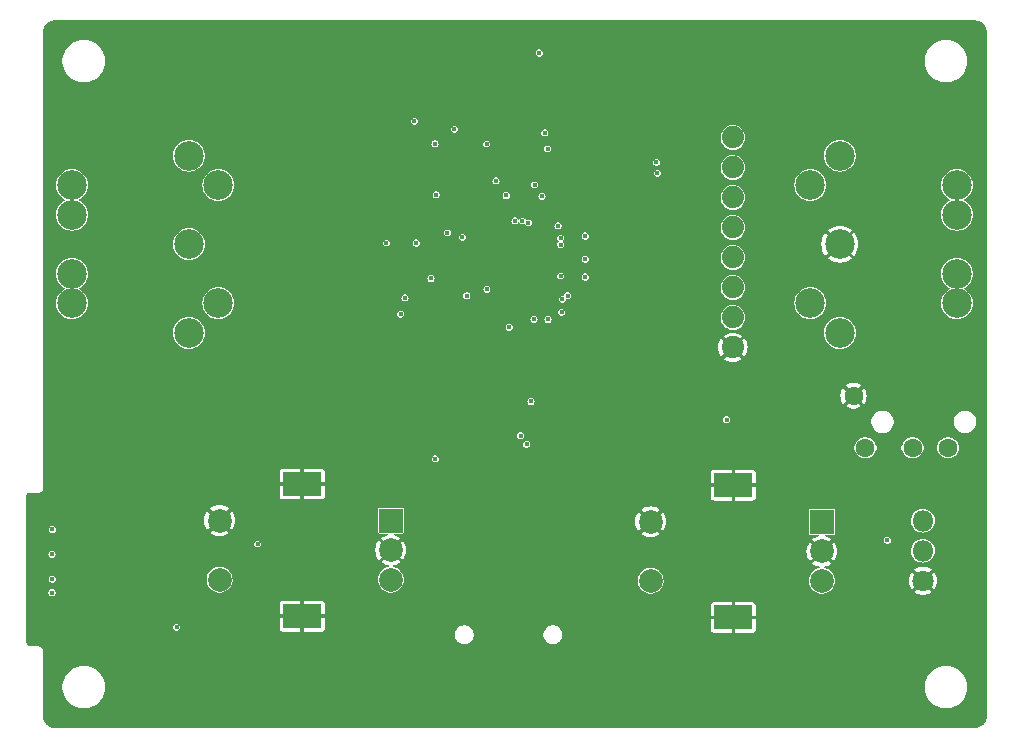
<source format=gbr>
%TF.GenerationSoftware,KiCad,Pcbnew,8.0.4*%
%TF.CreationDate,2024-11-03T15:16:32+00:00*%
%TF.ProjectId,MKRZero_V5.0,4d4b525a-6572-46f5-9f56-352e302e6b69,rev?*%
%TF.SameCoordinates,Original*%
%TF.FileFunction,Copper,L4,Bot*%
%TF.FilePolarity,Positive*%
%FSLAX46Y46*%
G04 Gerber Fmt 4.6, Leading zero omitted, Abs format (unit mm)*
G04 Created by KiCad (PCBNEW 8.0.4) date 2024-11-03 15:16:32*
%MOMM*%
%LPD*%
G01*
G04 APERTURE LIST*
%TA.AperFunction,ComponentPad*%
%ADD10C,1.600000*%
%TD*%
%TA.AperFunction,ComponentPad*%
%ADD11O,1.800000X1.800000*%
%TD*%
%TA.AperFunction,ComponentPad*%
%ADD12C,1.800000*%
%TD*%
%TA.AperFunction,ComponentPad*%
%ADD13C,2.500000*%
%TD*%
%TA.AperFunction,ComponentPad*%
%ADD14C,1.879600*%
%TD*%
%TA.AperFunction,ComponentPad*%
%ADD15R,2.000000X2.000000*%
%TD*%
%TA.AperFunction,ComponentPad*%
%ADD16C,2.000000*%
%TD*%
%TA.AperFunction,ComponentPad*%
%ADD17R,3.200000X2.000000*%
%TD*%
%TA.AperFunction,ViaPad*%
%ADD18C,0.400000*%
%TD*%
G04 APERTURE END LIST*
D10*
%TO.P,J8,1,Sleeve*%
%TO.N,GND*%
X68677000Y-31836000D03*
%TO.P,J8,2,Tip*%
%TO.N,/PA05_AIN5*%
X69677000Y-36236000D03*
%TO.P,J8,3,Ring1*%
%TO.N,/PA06_AIN6*%
X73677000Y-36236000D03*
%TO.P,J8,4,Ring2*%
%TO.N,unconnected-(J8-Ring2-Pad4)*%
X76677000Y-36236000D03*
%TD*%
D11*
%TO.P,J7,1,Pin_1*%
%TO.N,+5V*%
X74549000Y-42418000D03*
%TO.P,J7,2,Pin_2*%
%TO.N,/PA22_TC4-W0*%
X74549000Y-44958000D03*
D12*
%TO.P,J7,3,Pin_3*%
%TO.N,GND*%
X74549000Y-47498000D03*
%TD*%
D13*
%TO.P,JMIDIOUT1,1*%
%TO.N,unconnected-(JMIDIOUT1-Pad1)*%
X67520000Y-11500000D03*
%TO.P,JMIDIOUT1,2*%
%TO.N,GND*%
X67520000Y-19000000D03*
%TO.P,JMIDIOUT1,3*%
%TO.N,unconnected-(JMIDIOUT1-Pad3)*%
X67520000Y-26500000D03*
%TO.P,JMIDIOUT1,4*%
%TO.N,Net-(JMIDIOUT1-Pad4)*%
X65020000Y-14000000D03*
%TO.P,JMIDIOUT1,5*%
%TO.N,Net-(JMIDIOUT1-Pad5)*%
X65020000Y-24000000D03*
%TO.P,JMIDIOUT1,NC1*%
%TO.N,N/C*%
X77420000Y-14000000D03*
X77420000Y-16500000D03*
%TO.P,JMIDIOUT1,NC2*%
X77420000Y-21500000D03*
X77420000Y-24000000D03*
%TD*%
%TO.P,JMIDIIN1,1*%
%TO.N,unconnected-(JMIDIIN1-Pad1)*%
X12400000Y-26500000D03*
%TO.P,JMIDIIN1,2*%
%TO.N,unconnected-(JMIDIIN1-Pad2)*%
X12400000Y-19000000D03*
%TO.P,JMIDIIN1,3*%
%TO.N,unconnected-(JMIDIIN1-Pad3)*%
X12400000Y-11500000D03*
%TO.P,JMIDIIN1,4*%
%TO.N,Net-(JMIDIIN1-Pad4)*%
X14900000Y-24000000D03*
%TO.P,JMIDIIN1,5*%
%TO.N,Net-(D4-A)*%
X14900000Y-14000000D03*
%TO.P,JMIDIIN1,NC1*%
%TO.N,N/C*%
X2500000Y-24000000D03*
X2500000Y-21500000D03*
%TO.P,JMIDIIN1,NC2*%
X2500000Y-16500000D03*
X2500000Y-14000000D03*
%TD*%
D14*
%TO.P,J6,1,Pin_1*%
%TO.N,GND*%
X58460000Y-27740000D03*
%TO.P,J6,2,Pin_2*%
%TO.N,+5V*%
X58460000Y-25200000D03*
%TO.P,J6,3,Pin_3*%
%TO.N,/PA17_S1_SCK*%
X58460000Y-22660000D03*
%TO.P,J6,4,Pin_4*%
%TO.N,/PA16_S1_MOSI*%
X58460000Y-20120000D03*
%TO.P,J6,5,Pin_5*%
%TO.N,/PA23_TC4-W1*%
X58460000Y-17580000D03*
%TO.P,J6,6,Pin_6*%
%TO.N,/PA10_TCC0-W2*%
X58460000Y-15040000D03*
%TO.P,J6,7,Pin_7*%
%TO.N,/PA20_TCC0-W6*%
X58460000Y-12500000D03*
%TO.P,J6,8,Pin_8*%
%TO.N,+5V*%
X58460000Y-9960000D03*
%TD*%
D15*
%TO.P,SW1,A,A*%
%TO.N,/PA21_TCC0-W7*%
X29500000Y-42400000D03*
D16*
%TO.P,SW1,B,B*%
%TO.N,/PA04_AIN4*%
X29500000Y-47400000D03*
%TO.P,SW1,C,C*%
%TO.N,GND*%
X29500000Y-44900000D03*
D17*
%TO.P,SW1,MP,MP*%
X22000000Y-50500000D03*
X22000000Y-39300000D03*
D16*
%TO.P,SW1,S1,S1*%
%TO.N,/PA11_TCC0-W3*%
X15000000Y-47400000D03*
%TO.P,SW1,S2,S2*%
%TO.N,GND*%
X15000000Y-42400000D03*
%TD*%
D15*
%TO.P,SW2,A,A*%
%TO.N,/PB10_TCC0-W4*%
X66000000Y-42500000D03*
D16*
%TO.P,SW2,B,B*%
%TO.N,/PA02_AIN0*%
X66000000Y-47500000D03*
%TO.P,SW2,C,C*%
%TO.N,GND*%
X66000000Y-45000000D03*
D17*
%TO.P,SW2,MP,MP*%
X58500000Y-50600000D03*
X58500000Y-39400000D03*
D16*
%TO.P,SW2,S1,S1*%
%TO.N,/PB02_AIN10*%
X51500000Y-47500000D03*
%TO.P,SW2,S2,S2*%
%TO.N,GND*%
X51500000Y-42500000D03*
%TD*%
D18*
%TO.N,GND*%
X24257000Y-13081000D03*
X41021000Y-6985000D03*
X21031200Y-20980400D03*
X38862000Y-8890000D03*
X50241200Y-31242000D03*
X48717200Y-27482800D03*
X43434000Y-1905000D03*
X27051000Y-9271000D03*
X25654000Y-3175000D03*
X27025600Y-23317200D03*
X45720000Y-9144000D03*
X19304000Y-48768000D03*
X79121000Y-36195000D03*
X50927000Y-22352000D03*
X15748000Y-15875000D03*
X54457600Y-30276800D03*
X52578000Y-27889200D03*
X52324000Y-14986000D03*
X34036000Y-9144000D03*
X36322000Y-43180000D03*
X18923000Y-9271000D03*
X50546000Y-25908000D03*
X59055000Y-29845000D03*
X8763000Y-57912000D03*
X13081000Y-38100000D03*
X32461200Y-22860000D03*
X41503600Y-18135600D03*
X30988000Y-6604000D03*
X42926000Y-14351000D03*
X24841200Y-20675600D03*
X50800000Y-52070000D03*
X31292800Y-31445200D03*
X24384000Y-31623000D03*
X79629000Y-53721000D03*
X48387000Y-9144000D03*
X78613000Y-8001000D03*
X51181000Y-20193000D03*
X33147000Y-6477000D03*
X35306000Y-38989000D03*
X34036000Y-28956000D03*
X53213000Y-12573000D03*
X45085000Y-33655000D03*
X48514000Y-14732000D03*
X46126400Y-23876000D03*
X52705000Y-9144000D03*
X14859000Y-45339000D03*
X56642000Y-11049000D03*
X22656800Y-22199600D03*
X31496000Y-4445000D03*
X60960000Y-11049000D03*
X1270000Y-50419000D03*
X11303000Y-33782000D03*
X15798800Y-27330400D03*
X37719000Y-38100000D03*
X38481000Y-33401000D03*
X22047200Y-21234400D03*
X34544000Y-50292000D03*
X51562000Y-45466000D03*
X22250400Y-23418800D03*
X47117000Y-18034000D03*
X49276000Y-46863000D03*
X67183000Y-43942000D03*
X35179000Y-7112000D03*
X56388000Y-59055000D03*
X38989000Y-40005000D03*
X30353000Y-11430000D03*
X51054000Y-29616400D03*
X49911000Y-3556000D03*
X37973000Y-889000D03*
X40894000Y-8890000D03*
X43180000Y-32131000D03*
X79375000Y-38989000D03*
X30607000Y-13843000D03*
X13208000Y-33782000D03*
X39116000Y-22225000D03*
X34417000Y-31623000D03*
X46685200Y-28244800D03*
X31191200Y-25603200D03*
X61849000Y-37211000D03*
X53086000Y-6477000D03*
X24638000Y-27686000D03*
X10541000Y-3556000D03*
X55753000Y-26035000D03*
X27940000Y-6477000D03*
X47625000Y-12827000D03*
X13843000Y-41021000D03*
X78867000Y-27432000D03*
X29514800Y-22098000D03*
X32816800Y-25552400D03*
X56769000Y-19812000D03*
X26416000Y-44577000D03*
X49657000Y-17907000D03*
X8001000Y-51435000D03*
X63500000Y-49657000D03*
X18237200Y-31953200D03*
X72898000Y-40005000D03*
X40767000Y-5080000D03*
X75692000Y-46355000D03*
X26924000Y-14986000D03*
X36322000Y-6477000D03*
X45085000Y-14732000D03*
X47625000Y-54356000D03*
X25273000Y-25273000D03*
X34290000Y-13970000D03*
X52476400Y-31699200D03*
X56388000Y-15113000D03*
X37211000Y-50292000D03*
X42722800Y-22199600D03*
X34290000Y-15621000D03*
X32258000Y-15494000D03*
X53086000Y-10668000D03*
X41148000Y-19812000D03*
X21844000Y-15367000D03*
X33782000Y-25501600D03*
X42164000Y-18923000D03*
X52705000Y-43942000D03*
X47625000Y-50038000D03*
X39751000Y-19812000D03*
X56134000Y-9017000D03*
X38227000Y-3302000D03*
X68580000Y-38735000D03*
X24257000Y-11303000D03*
X36576000Y-25450800D03*
X1397000Y-40894000D03*
X46228000Y-26212800D03*
X16383000Y-28702000D03*
X41275000Y-40386000D03*
X32258000Y-13843000D03*
X53213000Y-24384000D03*
X22047200Y-30276800D03*
X26568400Y-21844000D03*
X50038000Y-41275000D03*
X49911000Y-37973000D03*
X45974000Y-40132000D03*
X22301200Y-24790400D03*
X29006800Y-33375600D03*
X47091600Y-24790400D03*
X38862000Y-4953000D03*
X17653000Y-6096000D03*
X19405600Y-19202400D03*
X60960000Y-16383000D03*
X53340000Y-20193000D03*
X27051000Y-11303000D03*
X54864000Y-35306000D03*
X71882000Y-46863000D03*
X30353000Y-4826000D03*
X48361600Y-31750000D03*
X17780000Y-27305000D03*
X46609000Y-10668000D03*
X21844000Y-12827000D03*
X35052000Y-16637000D03*
X22225000Y-58928000D03*
X72136000Y-42672000D03*
X43688000Y-38227000D03*
X41275000Y-59055000D03*
X53467000Y-13970000D03*
X30607000Y-15494000D03*
X29972000Y-2667000D03*
X55753000Y-18161000D03*
X24257000Y-9271000D03*
X24638000Y-4826000D03*
X1143000Y-52197000D03*
X49276000Y-16002000D03*
X36449000Y-33401000D03*
X42037000Y-12827000D03*
X46482000Y-14732000D03*
X17018000Y-9271000D03*
X8001000Y-53721000D03*
X39116000Y-6604000D03*
X9144000Y-33782000D03*
X47371000Y-6350000D03*
X6985000Y-43561000D03*
X17780000Y-3175000D03*
X33782000Y-3556000D03*
X43561000Y-13843000D03*
X64897000Y-46101000D03*
X78613000Y-18669000D03*
X49403000Y-24638000D03*
X47498000Y-3048000D03*
X45212000Y-12446000D03*
X47294800Y-22606000D03*
X35052000Y-25450800D03*
X27432000Y-1778000D03*
X43561000Y-36068000D03*
X60960000Y-25146000D03*
X5715000Y-45466000D03*
X37896800Y-18186400D03*
X21082000Y-19507200D03*
X50927000Y-14859000D03*
X61087000Y-20066000D03*
X3048000Y-39624000D03*
X34671000Y-1651000D03*
X56515000Y-32893000D03*
X44831000Y-52070000D03*
X36322000Y-3556000D03*
X40005000Y-13589000D03*
X56515000Y-5842000D03*
X70485000Y-58801000D03*
X40640000Y-13589000D03*
X16891000Y-14859000D03*
X33782000Y-6096000D03*
X42291000Y-33401000D03*
X6604000Y-52578000D03*
X36449000Y-28956000D03*
X18796000Y-43180000D03*
X43942000Y-43307000D03*
X32385000Y-36322000D03*
X43383200Y-23063200D03*
X17018000Y-43307000D03*
X26797000Y-31496000D03*
X45847000Y-1778000D03*
X25146000Y-42926000D03*
X56515000Y-23876000D03*
X38201600Y-21488400D03*
X41300400Y-22250400D03*
X57531000Y-45720000D03*
X16814800Y-26365200D03*
X16510000Y-33782000D03*
X52578000Y-17907000D03*
X34671000Y-3429000D03*
X39751000Y-28829000D03*
X69723000Y-45212000D03*
X43992800Y-28143200D03*
X68580000Y-2032000D03*
X29464000Y-9271000D03*
X23571200Y-19456400D03*
X65913000Y-33401000D03*
X34036000Y-7493000D03*
X36449000Y-31750000D03*
X61468000Y-31877000D03*
X38481000Y-18669000D03*
X59309000Y-8382000D03*
X48412400Y-23571200D03*
X41148000Y-43180000D03*
X22148800Y-28295600D03*
X73406000Y-48641000D03*
X16383000Y-4699000D03*
X36703000Y-12700000D03*
X36677600Y-16103600D03*
X27178000Y-30124400D03*
X59563000Y-44196000D03*
X27178000Y-25095200D03*
X27736800Y-22504400D03*
X37719000Y-6350000D03*
X70358000Y-51816000D03*
X53467000Y-37846000D03*
X40640000Y-18923000D03*
X41910000Y-30226000D03*
X34417000Y-33401000D03*
X20929600Y-22352000D03*
X45059600Y-28448000D03*
X20320000Y-33629600D03*
%TO.N,+5V*%
X30320400Y-24908900D03*
%TO.N,+3V3*%
X42069000Y-2811000D03*
X33263700Y-37174300D03*
X33331500Y-14826900D03*
X18218100Y-44377100D03*
%TO.N,/USB_P*%
X38400000Y-13640300D03*
X34881000Y-9267000D03*
%TO.N,/USB_N*%
X39263200Y-14876400D03*
X37610700Y-10513600D03*
%TO.N,/PA18_USB_ID*%
X33247000Y-10497000D03*
X42298800Y-14947800D03*
%TO.N,/PA31_SWDIO*%
X29132500Y-18893800D03*
X32896800Y-21900000D03*
%TO.N,/PA13_S2_SCK*%
X819200Y-45255900D03*
X43877900Y-18474700D03*
%TO.N,/PA12_S2_MOSI*%
X43877600Y-19048700D03*
X826600Y-47364800D03*
%TO.N,/PA14_S2_NSS*%
X45961500Y-18308700D03*
X818200Y-48499500D03*
X71527700Y-44073800D03*
%TO.N,/PA27_CD*%
X11367700Y-51418100D03*
X35553000Y-18400000D03*
%TO.N,/PA15_S2_MISO*%
X835500Y-43150000D03*
X43658900Y-17452800D03*
%TO.N,/PA09_S0_I2C_SCL*%
X44028000Y-23646600D03*
X40489100Y-35199900D03*
%TO.N,/PA17_S1_SCK*%
X51986900Y-12074000D03*
%TO.N,/PA08_S0_I2C_SDA*%
X44461700Y-23355800D03*
X41369800Y-32317600D03*
%TO.N,/PA16_S1_MOSI*%
X52063100Y-12981600D03*
%TO.N,/PA22_TC4-W0*%
X40645800Y-17032400D03*
%TO.N,/RESETN*%
X31648000Y-18900000D03*
X31497400Y-8573000D03*
%TO.N,/PB23_S5_RX*%
X30698600Y-23543600D03*
X34290000Y-18034000D03*
%TO.N,/PB10_TCC0-W4*%
X45961600Y-20278200D03*
%TO.N,/PA10_TCC0-W2*%
X45961600Y-21778200D03*
%TO.N,/PA06_AIN6*%
X57922300Y-33851700D03*
%TO.N,/PA05_AIN5*%
X42811900Y-25376800D03*
%TO.N,/PA23_TC4-W1*%
X40005000Y-17028200D03*
%TO.N,/PA04_AIN4*%
X41625800Y-25357700D03*
%TO.N,/PA02_AIN0*%
X39516100Y-26032400D03*
%TO.N,/PA11_TCC0-W3*%
X43871400Y-21690700D03*
%TO.N,/PA07_AIN7*%
X43966600Y-24774100D03*
X41013900Y-35945100D03*
%TO.N,/PB02_AIN10*%
X37634100Y-22811700D03*
%TO.N,/PA21_TCC0-W7*%
X41151600Y-17183600D03*
%TO.N,/PB03_AIN11*%
X42535700Y-9576200D03*
X35938200Y-23362000D03*
%TO.N,/PA19_S1_MISO*%
X41673800Y-13970000D03*
X42779600Y-10921900D03*
%TD*%
%TA.AperFunction,Conductor*%
%TO.N,GND*%
G36*
X79002720Y-50738D02*
G01*
X79159437Y-64448D01*
X79170157Y-66339D01*
X79319465Y-106346D01*
X79329702Y-110072D01*
X79469792Y-175397D01*
X79479226Y-180844D01*
X79605849Y-269506D01*
X79614195Y-276509D01*
X79723490Y-385804D01*
X79730493Y-394150D01*
X79819155Y-520773D01*
X79824602Y-530207D01*
X79889927Y-670297D01*
X79893653Y-680535D01*
X79933659Y-829838D01*
X79935551Y-840567D01*
X79949262Y-997279D01*
X79949500Y-1002726D01*
X79949500Y-58997273D01*
X79949262Y-59002720D01*
X79935551Y-59159432D01*
X79933659Y-59170161D01*
X79893653Y-59319464D01*
X79889927Y-59329702D01*
X79824602Y-59469792D01*
X79819155Y-59479226D01*
X79730493Y-59605849D01*
X79723490Y-59614195D01*
X79614195Y-59723490D01*
X79605849Y-59730493D01*
X79479226Y-59819155D01*
X79469792Y-59824602D01*
X79329702Y-59889927D01*
X79319464Y-59893653D01*
X79170161Y-59933659D01*
X79159432Y-59935551D01*
X79002720Y-59949262D01*
X78997273Y-59949500D01*
X1002727Y-59949500D01*
X997280Y-59949262D01*
X840567Y-59935551D01*
X829838Y-59933659D01*
X680535Y-59893653D01*
X670297Y-59889927D01*
X530207Y-59824602D01*
X520773Y-59819155D01*
X394150Y-59730493D01*
X385804Y-59723490D01*
X276509Y-59614195D01*
X269506Y-59605849D01*
X180844Y-59479226D01*
X175397Y-59469792D01*
X110072Y-59329702D01*
X106346Y-59319464D01*
X66340Y-59170161D01*
X64448Y-59159432D01*
X50738Y-59002720D01*
X50500Y-58997273D01*
X50500Y-56381984D01*
X1699500Y-56381984D01*
X1699500Y-56618015D01*
X1730307Y-56852017D01*
X1730307Y-56852018D01*
X1791388Y-57079976D01*
X1791392Y-57079987D01*
X1791394Y-57079993D01*
X1839470Y-57196059D01*
X1881713Y-57298043D01*
X1881716Y-57298049D01*
X1999727Y-57502450D01*
X2143408Y-57689699D01*
X2310301Y-57856592D01*
X2497550Y-58000273D01*
X2701951Y-58118284D01*
X2920007Y-58208606D01*
X2920017Y-58208608D01*
X2920023Y-58208611D01*
X3147982Y-58269692D01*
X3147986Y-58269693D01*
X3381989Y-58300500D01*
X3381995Y-58300500D01*
X3618005Y-58300500D01*
X3618011Y-58300500D01*
X3852014Y-58269693D01*
X3852018Y-58269692D01*
X4079976Y-58208611D01*
X4079979Y-58208609D01*
X4079993Y-58208606D01*
X4298049Y-58118284D01*
X4502450Y-58000273D01*
X4689699Y-57856592D01*
X4856592Y-57689699D01*
X5000273Y-57502450D01*
X5118284Y-57298049D01*
X5208606Y-57079993D01*
X5269693Y-56852014D01*
X5300500Y-56618011D01*
X5300500Y-56381989D01*
X5300499Y-56381984D01*
X74699500Y-56381984D01*
X74699500Y-56618015D01*
X74730307Y-56852017D01*
X74730307Y-56852018D01*
X74791388Y-57079976D01*
X74791392Y-57079987D01*
X74791394Y-57079993D01*
X74839470Y-57196059D01*
X74881713Y-57298043D01*
X74881716Y-57298049D01*
X74999727Y-57502450D01*
X75143408Y-57689699D01*
X75310301Y-57856592D01*
X75497550Y-58000273D01*
X75701951Y-58118284D01*
X75920007Y-58208606D01*
X75920017Y-58208608D01*
X75920023Y-58208611D01*
X76147982Y-58269692D01*
X76147986Y-58269693D01*
X76381989Y-58300500D01*
X76381995Y-58300500D01*
X76618005Y-58300500D01*
X76618011Y-58300500D01*
X76852014Y-58269693D01*
X76852018Y-58269692D01*
X77079976Y-58208611D01*
X77079979Y-58208609D01*
X77079993Y-58208606D01*
X77298049Y-58118284D01*
X77502450Y-58000273D01*
X77689699Y-57856592D01*
X77856592Y-57689699D01*
X78000273Y-57502450D01*
X78118284Y-57298049D01*
X78208606Y-57079993D01*
X78269693Y-56852014D01*
X78300500Y-56618011D01*
X78300500Y-56381989D01*
X78269693Y-56147986D01*
X78269692Y-56147981D01*
X78208611Y-55920023D01*
X78208608Y-55920017D01*
X78208606Y-55920007D01*
X78118284Y-55701951D01*
X78000273Y-55497550D01*
X77856592Y-55310301D01*
X77689699Y-55143408D01*
X77689695Y-55143405D01*
X77689693Y-55143403D01*
X77502447Y-54999725D01*
X77298055Y-54881719D01*
X77298043Y-54881713D01*
X77196059Y-54839470D01*
X77079993Y-54791394D01*
X77079987Y-54791392D01*
X77079976Y-54791388D01*
X76852017Y-54730307D01*
X76618015Y-54699500D01*
X76618011Y-54699500D01*
X76381989Y-54699500D01*
X76381984Y-54699500D01*
X76147982Y-54730307D01*
X76147981Y-54730307D01*
X75920023Y-54791388D01*
X75920008Y-54791393D01*
X75920007Y-54791394D01*
X75920005Y-54791395D01*
X75701956Y-54881713D01*
X75701944Y-54881719D01*
X75497552Y-54999725D01*
X75310306Y-55143403D01*
X75310296Y-55143412D01*
X75143412Y-55310296D01*
X75143403Y-55310306D01*
X74999725Y-55497552D01*
X74881719Y-55701944D01*
X74881713Y-55701956D01*
X74791395Y-55920005D01*
X74791388Y-55920023D01*
X74730307Y-56147981D01*
X74730307Y-56147982D01*
X74699500Y-56381984D01*
X5300499Y-56381984D01*
X5269693Y-56147986D01*
X5269692Y-56147981D01*
X5208611Y-55920023D01*
X5208608Y-55920017D01*
X5208606Y-55920007D01*
X5118284Y-55701951D01*
X5000273Y-55497550D01*
X4856592Y-55310301D01*
X4689699Y-55143408D01*
X4689695Y-55143405D01*
X4689693Y-55143403D01*
X4502447Y-54999725D01*
X4298055Y-54881719D01*
X4298043Y-54881713D01*
X4196059Y-54839470D01*
X4079993Y-54791394D01*
X4079987Y-54791392D01*
X4079976Y-54791388D01*
X3852017Y-54730307D01*
X3618015Y-54699500D01*
X3618011Y-54699500D01*
X3381989Y-54699500D01*
X3381984Y-54699500D01*
X3147982Y-54730307D01*
X3147981Y-54730307D01*
X2920023Y-54791388D01*
X2920008Y-54791393D01*
X2920007Y-54791394D01*
X2920005Y-54791395D01*
X2701956Y-54881713D01*
X2701944Y-54881719D01*
X2497552Y-54999725D01*
X2310306Y-55143403D01*
X2310296Y-55143412D01*
X2143412Y-55310296D01*
X2143403Y-55310306D01*
X1999725Y-55497552D01*
X1881719Y-55701944D01*
X1881713Y-55701956D01*
X1791395Y-55920005D01*
X1791388Y-55920023D01*
X1730307Y-56147981D01*
X1730307Y-56147982D01*
X1699500Y-56381984D01*
X50500Y-56381984D01*
X50500Y-53410193D01*
X50498Y-53410185D01*
X21095Y-53300450D01*
X21094Y-53300447D01*
X-35715Y-53202051D01*
X-35718Y-53202047D01*
X-116047Y-53121718D01*
X-116051Y-53121715D01*
X-214447Y-53064905D01*
X-214450Y-53064904D01*
X-324185Y-53035501D01*
X-324191Y-53035500D01*
X-324192Y-53035500D01*
X-324193Y-53035500D01*
X-1011907Y-53035500D01*
X-1020062Y-53034965D01*
X-1093382Y-53025312D01*
X-1109142Y-53021090D01*
X-1173645Y-52994372D01*
X-1187775Y-52986215D01*
X-1243171Y-52943708D01*
X-1254708Y-52932171D01*
X-1297215Y-52876775D01*
X-1305372Y-52862645D01*
X-1332090Y-52798142D01*
X-1336313Y-52782381D01*
X-1345965Y-52709063D01*
X-1346500Y-52700906D01*
X-1346500Y-51991157D01*
X34923500Y-51991157D01*
X34923500Y-52148842D01*
X34954262Y-52303495D01*
X35014606Y-52449180D01*
X35102210Y-52580288D01*
X35213711Y-52691789D01*
X35344819Y-52779393D01*
X35344820Y-52779393D01*
X35344821Y-52779394D01*
X35490503Y-52839737D01*
X35645158Y-52870500D01*
X35802842Y-52870500D01*
X35957497Y-52839737D01*
X36103179Y-52779394D01*
X36234289Y-52691789D01*
X36345789Y-52580289D01*
X36433394Y-52449179D01*
X36493737Y-52303497D01*
X36524500Y-52148842D01*
X36524500Y-51991158D01*
X36524500Y-51991157D01*
X42423500Y-51991157D01*
X42423500Y-52148842D01*
X42454262Y-52303495D01*
X42514606Y-52449180D01*
X42602210Y-52580288D01*
X42713711Y-52691789D01*
X42844819Y-52779393D01*
X42844820Y-52779393D01*
X42844821Y-52779394D01*
X42990503Y-52839737D01*
X43145158Y-52870500D01*
X43302842Y-52870500D01*
X43457497Y-52839737D01*
X43603179Y-52779394D01*
X43734289Y-52691789D01*
X43845789Y-52580289D01*
X43933394Y-52449179D01*
X43993737Y-52303497D01*
X44024500Y-52148842D01*
X44024500Y-51991158D01*
X43993737Y-51836503D01*
X43933394Y-51690821D01*
X43927737Y-51682355D01*
X43845789Y-51559711D01*
X43734288Y-51448210D01*
X43603180Y-51360606D01*
X43457495Y-51300262D01*
X43302842Y-51269500D01*
X43145158Y-51269500D01*
X42990504Y-51300262D01*
X42844819Y-51360606D01*
X42713711Y-51448210D01*
X42602210Y-51559711D01*
X42514606Y-51690819D01*
X42454262Y-51836504D01*
X42423500Y-51991157D01*
X36524500Y-51991157D01*
X36493737Y-51836503D01*
X36433394Y-51690821D01*
X36427737Y-51682355D01*
X36345789Y-51559711D01*
X36234288Y-51448210D01*
X36103180Y-51360606D01*
X35957495Y-51300262D01*
X35802842Y-51269500D01*
X35645158Y-51269500D01*
X35490504Y-51300262D01*
X35344819Y-51360606D01*
X35213711Y-51448210D01*
X35102210Y-51559711D01*
X35014606Y-51690819D01*
X34954262Y-51836504D01*
X34923500Y-51991157D01*
X-1346500Y-51991157D01*
X-1346500Y-51418097D01*
X11062564Y-51418097D01*
X11062564Y-51418100D01*
X11080966Y-51522463D01*
X11108878Y-51570808D01*
X11133952Y-51614238D01*
X11215130Y-51682355D01*
X11215131Y-51682355D01*
X11215132Y-51682356D01*
X11314714Y-51718600D01*
X11314717Y-51718600D01*
X11420683Y-51718600D01*
X11420686Y-51718600D01*
X11520268Y-51682356D01*
X11601448Y-51614238D01*
X11654434Y-51522463D01*
X11672836Y-51418100D01*
X11672836Y-51418097D01*
X11654434Y-51313739D01*
X11654434Y-51313737D01*
X11601448Y-51221962D01*
X11600514Y-51221178D01*
X11520269Y-51153844D01*
X11520266Y-51153843D01*
X11420688Y-51117600D01*
X11420686Y-51117600D01*
X11314714Y-51117600D01*
X11314711Y-51117600D01*
X11215133Y-51153843D01*
X11215130Y-51153844D01*
X11133952Y-51221961D01*
X11080965Y-51313739D01*
X11062564Y-51418097D01*
X-1346500Y-51418097D01*
X-1346500Y-49454611D01*
X20096000Y-49454611D01*
X20096000Y-50348000D01*
X20615541Y-50348000D01*
X20600000Y-50426131D01*
X20600000Y-50573869D01*
X20615541Y-50652000D01*
X20096001Y-50652000D01*
X20096001Y-51545388D01*
X20098949Y-51570807D01*
X20098949Y-51570808D01*
X20144857Y-51674778D01*
X20225221Y-51755142D01*
X20329194Y-51801051D01*
X20354611Y-51803999D01*
X21848000Y-51803999D01*
X21848000Y-51250000D01*
X22152000Y-51250000D01*
X22152000Y-51803999D01*
X23645388Y-51803999D01*
X23670807Y-51801050D01*
X23670808Y-51801050D01*
X23774778Y-51755142D01*
X23855142Y-51674778D01*
X23901051Y-51570805D01*
X23904000Y-51545388D01*
X23904000Y-50652000D01*
X23384459Y-50652000D01*
X23400000Y-50573869D01*
X23400000Y-50426131D01*
X23384459Y-50348000D01*
X23903999Y-50348000D01*
X23903999Y-49554611D01*
X56596000Y-49554611D01*
X56596000Y-50448000D01*
X57115541Y-50448000D01*
X57100000Y-50526131D01*
X57100000Y-50673869D01*
X57115541Y-50752000D01*
X56596001Y-50752000D01*
X56596001Y-51645388D01*
X56598949Y-51670807D01*
X56598949Y-51670808D01*
X56644857Y-51774778D01*
X56725221Y-51855142D01*
X56829194Y-51901051D01*
X56854611Y-51903999D01*
X58348000Y-51903999D01*
X58348000Y-51350000D01*
X58652000Y-51350000D01*
X58652000Y-51903999D01*
X60145388Y-51903999D01*
X60170807Y-51901050D01*
X60170808Y-51901050D01*
X60274778Y-51855142D01*
X60355142Y-51774778D01*
X60401051Y-51670805D01*
X60404000Y-51645388D01*
X60404000Y-50752000D01*
X59884459Y-50752000D01*
X59900000Y-50673869D01*
X59900000Y-50526131D01*
X59884459Y-50448000D01*
X60403999Y-50448000D01*
X60403999Y-49554611D01*
X60401050Y-49529192D01*
X60401050Y-49529191D01*
X60355142Y-49425221D01*
X60274778Y-49344857D01*
X60170805Y-49298948D01*
X60145389Y-49296000D01*
X58652000Y-49296000D01*
X58652000Y-49850000D01*
X58348000Y-49850000D01*
X58348000Y-49296000D01*
X56854611Y-49296000D01*
X56829192Y-49298949D01*
X56829191Y-49298949D01*
X56725221Y-49344857D01*
X56644857Y-49425221D01*
X56598948Y-49529194D01*
X56596000Y-49554611D01*
X23903999Y-49554611D01*
X23903999Y-49454611D01*
X23901050Y-49429192D01*
X23901050Y-49429191D01*
X23855142Y-49325221D01*
X23774778Y-49244857D01*
X23670805Y-49198948D01*
X23645389Y-49196000D01*
X22152000Y-49196000D01*
X22152000Y-49750000D01*
X21848000Y-49750000D01*
X21848000Y-49196000D01*
X20354611Y-49196000D01*
X20329192Y-49198949D01*
X20329191Y-49198949D01*
X20225221Y-49244857D01*
X20144857Y-49325221D01*
X20098948Y-49429194D01*
X20096000Y-49454611D01*
X-1346500Y-49454611D01*
X-1346500Y-48499497D01*
X513064Y-48499497D01*
X513064Y-48499502D01*
X530872Y-48600499D01*
X531466Y-48603863D01*
X584452Y-48695638D01*
X665630Y-48763755D01*
X665631Y-48763755D01*
X665632Y-48763756D01*
X765214Y-48800000D01*
X765217Y-48800000D01*
X871183Y-48800000D01*
X871186Y-48800000D01*
X970768Y-48763756D01*
X1051948Y-48695638D01*
X1104934Y-48603863D01*
X1123336Y-48499500D01*
X1123336Y-48499497D01*
X1104934Y-48395139D01*
X1104934Y-48395137D01*
X1051948Y-48303362D01*
X1051947Y-48303361D01*
X970769Y-48235244D01*
X970766Y-48235243D01*
X871188Y-48199000D01*
X871186Y-48199000D01*
X765214Y-48199000D01*
X765211Y-48199000D01*
X665633Y-48235243D01*
X665630Y-48235244D01*
X584452Y-48303361D01*
X531465Y-48395139D01*
X513064Y-48499497D01*
X-1346500Y-48499497D01*
X-1346500Y-47364797D01*
X521464Y-47364797D01*
X521464Y-47364802D01*
X527670Y-47400000D01*
X539866Y-47469163D01*
X586919Y-47550661D01*
X592852Y-47560938D01*
X674030Y-47629055D01*
X674031Y-47629055D01*
X674032Y-47629056D01*
X773614Y-47665300D01*
X773617Y-47665300D01*
X879583Y-47665300D01*
X879586Y-47665300D01*
X979168Y-47629056D01*
X1060348Y-47560938D01*
X1113334Y-47469163D01*
X1125530Y-47399996D01*
X13894785Y-47399996D01*
X13894785Y-47400003D01*
X13913601Y-47603075D01*
X13913603Y-47603086D01*
X13969418Y-47799250D01*
X14060327Y-47981821D01*
X14060328Y-47981822D01*
X14060330Y-47981826D01*
X14183227Y-48144569D01*
X14183232Y-48144574D01*
X14183236Y-48144579D01*
X14282561Y-48235126D01*
X14333954Y-48281977D01*
X14333955Y-48281978D01*
X14333959Y-48281981D01*
X14507363Y-48389348D01*
X14697544Y-48463024D01*
X14898024Y-48500500D01*
X14898027Y-48500500D01*
X15101973Y-48500500D01*
X15101976Y-48500500D01*
X15302456Y-48463024D01*
X15492637Y-48389348D01*
X15666041Y-48281981D01*
X15816764Y-48144579D01*
X15864158Y-48081820D01*
X15939669Y-47981826D01*
X15939668Y-47981826D01*
X15939673Y-47981821D01*
X16030582Y-47799250D01*
X16086397Y-47603083D01*
X16096134Y-47498000D01*
X16105215Y-47400003D01*
X16105215Y-47399996D01*
X16086398Y-47196924D01*
X16086396Y-47196913D01*
X16059035Y-47100750D01*
X16030582Y-47000750D01*
X15939673Y-46818179D01*
X15939670Y-46818175D01*
X15939669Y-46818173D01*
X15816772Y-46655430D01*
X15816767Y-46655425D01*
X15816764Y-46655421D01*
X15693689Y-46543223D01*
X15666045Y-46518022D01*
X15666042Y-46518020D01*
X15666041Y-46518019D01*
X15492637Y-46410652D01*
X15492635Y-46410651D01*
X15437356Y-46389236D01*
X15302456Y-46336976D01*
X15302453Y-46336975D01*
X15302452Y-46336975D01*
X15101980Y-46299500D01*
X15101976Y-46299500D01*
X14898024Y-46299500D01*
X14898019Y-46299500D01*
X14697547Y-46336975D01*
X14507364Y-46410651D01*
X14333954Y-46518022D01*
X14183234Y-46655423D01*
X14183227Y-46655430D01*
X14060330Y-46818173D01*
X14060327Y-46818179D01*
X13969418Y-47000749D01*
X13913603Y-47196913D01*
X13913601Y-47196924D01*
X13894785Y-47399996D01*
X1125530Y-47399996D01*
X1131736Y-47364800D01*
X1131736Y-47364797D01*
X1119766Y-47296913D01*
X1113334Y-47260437D01*
X1060348Y-47168662D01*
X1060347Y-47168661D01*
X979169Y-47100544D01*
X979166Y-47100543D01*
X879588Y-47064300D01*
X879586Y-47064300D01*
X773614Y-47064300D01*
X773611Y-47064300D01*
X674033Y-47100543D01*
X674030Y-47100544D01*
X592852Y-47168661D01*
X539865Y-47260439D01*
X521464Y-47364797D01*
X-1346500Y-47364797D01*
X-1346500Y-45255897D01*
X514064Y-45255897D01*
X514064Y-45255902D01*
X530248Y-45347687D01*
X532466Y-45360263D01*
X582940Y-45447687D01*
X585452Y-45452038D01*
X666630Y-45520155D01*
X666631Y-45520155D01*
X666632Y-45520156D01*
X766214Y-45556400D01*
X766217Y-45556400D01*
X872183Y-45556400D01*
X872186Y-45556400D01*
X971768Y-45520156D01*
X1052948Y-45452038D01*
X1105934Y-45360263D01*
X1124336Y-45255900D01*
X1124336Y-45255897D01*
X1113244Y-45192993D01*
X1105934Y-45151537D01*
X1052948Y-45059762D01*
X1052947Y-45059761D01*
X971769Y-44991644D01*
X971766Y-44991643D01*
X872188Y-44955400D01*
X872186Y-44955400D01*
X766214Y-44955400D01*
X766211Y-44955400D01*
X666633Y-44991643D01*
X666630Y-44991644D01*
X585452Y-45059761D01*
X532465Y-45151539D01*
X514064Y-45255897D01*
X-1346500Y-45255897D01*
X-1346500Y-44899997D01*
X28191019Y-44899997D01*
X28191019Y-44900002D01*
X28210904Y-45127298D01*
X28210907Y-45127314D01*
X28269956Y-45347687D01*
X28269962Y-45347703D01*
X28366386Y-45554487D01*
X28366388Y-45554489D01*
X28475178Y-45709859D01*
X28475178Y-45709860D01*
X29055293Y-45129744D01*
X29099901Y-45207007D01*
X29192993Y-45300099D01*
X29270253Y-45344705D01*
X28690138Y-45924820D01*
X28845510Y-46033611D01*
X28845512Y-46033613D01*
X29052296Y-46130037D01*
X29052312Y-46130043D01*
X29272685Y-46189092D01*
X29272701Y-46189095D01*
X29305515Y-46191966D01*
X29347946Y-46214054D01*
X29362330Y-46259675D01*
X29340242Y-46302106D01*
X29311552Y-46315664D01*
X29197547Y-46336975D01*
X29007364Y-46410651D01*
X28833954Y-46518022D01*
X28683234Y-46655423D01*
X28683227Y-46655430D01*
X28560330Y-46818173D01*
X28560327Y-46818179D01*
X28469418Y-47000749D01*
X28413603Y-47196913D01*
X28413601Y-47196924D01*
X28394785Y-47399996D01*
X28394785Y-47400003D01*
X28413601Y-47603075D01*
X28413603Y-47603086D01*
X28469418Y-47799250D01*
X28560327Y-47981821D01*
X28560328Y-47981822D01*
X28560330Y-47981826D01*
X28683227Y-48144569D01*
X28683232Y-48144574D01*
X28683236Y-48144579D01*
X28782561Y-48235126D01*
X28833954Y-48281977D01*
X28833955Y-48281978D01*
X28833959Y-48281981D01*
X29007363Y-48389348D01*
X29197544Y-48463024D01*
X29398024Y-48500500D01*
X29398027Y-48500500D01*
X29601973Y-48500500D01*
X29601976Y-48500500D01*
X29802456Y-48463024D01*
X29992637Y-48389348D01*
X30166041Y-48281981D01*
X30316764Y-48144579D01*
X30364158Y-48081820D01*
X30439669Y-47981826D01*
X30439668Y-47981826D01*
X30439673Y-47981821D01*
X30530582Y-47799250D01*
X30586397Y-47603083D01*
X30595949Y-47499996D01*
X50394785Y-47499996D01*
X50394785Y-47500003D01*
X50413601Y-47703075D01*
X50413603Y-47703086D01*
X50440965Y-47799250D01*
X50469418Y-47899250D01*
X50560327Y-48081821D01*
X50560328Y-48081822D01*
X50560330Y-48081826D01*
X50683227Y-48244569D01*
X50683232Y-48244574D01*
X50683236Y-48244579D01*
X50747717Y-48303361D01*
X50833954Y-48381977D01*
X50833955Y-48381978D01*
X50833959Y-48381981D01*
X51007363Y-48489348D01*
X51197544Y-48563024D01*
X51398024Y-48600500D01*
X51398027Y-48600500D01*
X51601973Y-48600500D01*
X51601976Y-48600500D01*
X51802456Y-48563024D01*
X51992637Y-48489348D01*
X52166041Y-48381981D01*
X52316764Y-48244579D01*
X52323814Y-48235244D01*
X52439669Y-48081826D01*
X52439668Y-48081826D01*
X52439673Y-48081821D01*
X52530582Y-47899250D01*
X52586397Y-47703083D01*
X52591094Y-47652394D01*
X52605215Y-47500003D01*
X52605215Y-47499996D01*
X52586398Y-47296924D01*
X52586396Y-47296913D01*
X52552539Y-47177920D01*
X52530582Y-47100750D01*
X52439673Y-46918179D01*
X52439670Y-46918175D01*
X52439669Y-46918173D01*
X52316772Y-46755430D01*
X52316767Y-46755425D01*
X52316764Y-46755421D01*
X52207069Y-46655421D01*
X52166045Y-46618022D01*
X52166042Y-46618020D01*
X52166041Y-46618019D01*
X51992637Y-46510652D01*
X51992635Y-46510651D01*
X51937356Y-46489236D01*
X51802456Y-46436976D01*
X51802453Y-46436975D01*
X51802452Y-46436975D01*
X51601980Y-46399500D01*
X51601976Y-46399500D01*
X51398024Y-46399500D01*
X51398019Y-46399500D01*
X51197547Y-46436975D01*
X51007364Y-46510651D01*
X50833954Y-46618022D01*
X50683234Y-46755423D01*
X50683227Y-46755430D01*
X50560330Y-46918173D01*
X50560327Y-46918179D01*
X50469418Y-47100749D01*
X50413603Y-47296913D01*
X50413601Y-47296924D01*
X50394785Y-47499996D01*
X30595949Y-47499996D01*
X30596134Y-47498000D01*
X30605215Y-47400003D01*
X30605215Y-47399996D01*
X30586398Y-47196924D01*
X30586396Y-47196913D01*
X30559035Y-47100750D01*
X30530582Y-47000750D01*
X30439673Y-46818179D01*
X30439670Y-46818175D01*
X30439669Y-46818173D01*
X30316772Y-46655430D01*
X30316767Y-46655425D01*
X30316764Y-46655421D01*
X30193689Y-46543223D01*
X30166045Y-46518022D01*
X30166042Y-46518020D01*
X30166041Y-46518019D01*
X29992637Y-46410652D01*
X29992635Y-46410651D01*
X29937356Y-46389236D01*
X29802456Y-46336976D01*
X29802453Y-46336975D01*
X29802452Y-46336975D01*
X29688447Y-46315664D01*
X29648369Y-46289549D01*
X29638495Y-46242744D01*
X29664610Y-46202666D01*
X29694484Y-46191966D01*
X29727298Y-46189095D01*
X29727314Y-46189092D01*
X29947687Y-46130043D01*
X29947703Y-46130037D01*
X30154485Y-46033614D01*
X30309859Y-45924819D01*
X29729745Y-45344705D01*
X29807007Y-45300099D01*
X29900099Y-45207007D01*
X29944705Y-45129745D01*
X30524819Y-45709859D01*
X30633614Y-45554485D01*
X30730037Y-45347703D01*
X30730043Y-45347687D01*
X30789092Y-45127314D01*
X30789095Y-45127298D01*
X30800232Y-44999997D01*
X64691019Y-44999997D01*
X64691019Y-45000002D01*
X64710904Y-45227298D01*
X64710907Y-45227314D01*
X64769956Y-45447687D01*
X64769962Y-45447703D01*
X64866386Y-45654487D01*
X64866388Y-45654489D01*
X64975178Y-45809859D01*
X64975178Y-45809860D01*
X65555293Y-45229744D01*
X65599901Y-45307007D01*
X65692993Y-45400099D01*
X65770253Y-45444705D01*
X65190138Y-46024820D01*
X65345510Y-46133611D01*
X65345512Y-46133613D01*
X65552296Y-46230037D01*
X65552312Y-46230043D01*
X65772685Y-46289092D01*
X65772701Y-46289095D01*
X65805515Y-46291966D01*
X65847946Y-46314054D01*
X65862330Y-46359675D01*
X65840242Y-46402106D01*
X65811552Y-46415664D01*
X65697547Y-46436975D01*
X65507364Y-46510651D01*
X65333954Y-46618022D01*
X65183234Y-46755423D01*
X65183227Y-46755430D01*
X65060330Y-46918173D01*
X65060327Y-46918179D01*
X64969418Y-47100749D01*
X64913603Y-47296913D01*
X64913601Y-47296924D01*
X64894785Y-47499996D01*
X64894785Y-47500003D01*
X64913601Y-47703075D01*
X64913603Y-47703086D01*
X64940965Y-47799250D01*
X64969418Y-47899250D01*
X65060327Y-48081821D01*
X65060328Y-48081822D01*
X65060330Y-48081826D01*
X65183227Y-48244569D01*
X65183232Y-48244574D01*
X65183236Y-48244579D01*
X65247717Y-48303361D01*
X65333954Y-48381977D01*
X65333955Y-48381978D01*
X65333959Y-48381981D01*
X65507363Y-48489348D01*
X65697544Y-48563024D01*
X65898024Y-48600500D01*
X65898027Y-48600500D01*
X66101973Y-48600500D01*
X66101976Y-48600500D01*
X66302456Y-48563024D01*
X66492637Y-48489348D01*
X66666041Y-48381981D01*
X66816764Y-48244579D01*
X66823814Y-48235244D01*
X66939669Y-48081826D01*
X66939668Y-48081826D01*
X66939673Y-48081821D01*
X67030582Y-47899250D01*
X67086397Y-47703083D01*
X67091094Y-47652394D01*
X67105215Y-47500003D01*
X67105215Y-47499996D01*
X67105030Y-47497995D01*
X73339842Y-47497995D01*
X73339842Y-47498004D01*
X73360428Y-47720174D01*
X73360430Y-47720185D01*
X73421494Y-47934798D01*
X73520955Y-48134543D01*
X73596912Y-48235126D01*
X74177497Y-47654540D01*
X74228920Y-47743606D01*
X74303394Y-47818080D01*
X74392458Y-47869501D01*
X73809182Y-48452775D01*
X73820320Y-48462929D01*
X73820324Y-48462931D01*
X74010028Y-48580392D01*
X74010030Y-48580393D01*
X74218101Y-48660999D01*
X74437428Y-48701999D01*
X74437436Y-48702000D01*
X74660564Y-48702000D01*
X74660571Y-48701999D01*
X74879898Y-48660999D01*
X75087966Y-48580394D01*
X75277679Y-48462929D01*
X75277683Y-48462925D01*
X75288816Y-48452776D01*
X74705541Y-47869501D01*
X74794606Y-47818080D01*
X74869080Y-47743606D01*
X74920501Y-47654541D01*
X75501086Y-48235126D01*
X75577046Y-48134539D01*
X75676505Y-47934798D01*
X75737569Y-47720185D01*
X75737571Y-47720174D01*
X75758158Y-47498004D01*
X75758158Y-47497995D01*
X75737571Y-47275825D01*
X75737569Y-47275814D01*
X75676505Y-47061201D01*
X75577044Y-46861456D01*
X75501086Y-46760872D01*
X74920500Y-47341457D01*
X74869080Y-47252394D01*
X74794606Y-47177920D01*
X74705541Y-47126498D01*
X75288816Y-46543223D01*
X75277679Y-46533070D01*
X75277675Y-46533068D01*
X75087971Y-46415607D01*
X75087969Y-46415606D01*
X74879898Y-46335000D01*
X74660571Y-46294000D01*
X74437428Y-46294000D01*
X74218101Y-46335000D01*
X74010033Y-46415605D01*
X73820319Y-46533071D01*
X73809183Y-46543223D01*
X74392458Y-47126498D01*
X74303394Y-47177920D01*
X74228920Y-47252394D01*
X74177498Y-47341458D01*
X73596912Y-46760872D01*
X73596911Y-46760872D01*
X73520957Y-46861453D01*
X73520953Y-46861459D01*
X73421494Y-47061201D01*
X73360430Y-47275814D01*
X73360428Y-47275825D01*
X73339842Y-47497995D01*
X67105030Y-47497995D01*
X67086398Y-47296924D01*
X67086396Y-47296913D01*
X67052539Y-47177920D01*
X67030582Y-47100750D01*
X66939673Y-46918179D01*
X66939670Y-46918175D01*
X66939669Y-46918173D01*
X66816772Y-46755430D01*
X66816767Y-46755425D01*
X66816764Y-46755421D01*
X66707069Y-46655421D01*
X66666045Y-46618022D01*
X66666042Y-46618020D01*
X66666041Y-46618019D01*
X66492637Y-46510652D01*
X66492635Y-46510651D01*
X66437356Y-46489236D01*
X66302456Y-46436976D01*
X66302453Y-46436975D01*
X66302452Y-46436975D01*
X66188447Y-46415664D01*
X66148369Y-46389549D01*
X66138495Y-46342744D01*
X66164610Y-46302666D01*
X66194484Y-46291966D01*
X66227298Y-46289095D01*
X66227314Y-46289092D01*
X66447687Y-46230043D01*
X66447703Y-46230037D01*
X66654485Y-46133614D01*
X66809859Y-46024819D01*
X66229745Y-45444705D01*
X66307007Y-45400099D01*
X66400099Y-45307007D01*
X66444705Y-45229745D01*
X67024819Y-45809859D01*
X67133614Y-45654485D01*
X67230037Y-45447703D01*
X67230043Y-45447687D01*
X67289092Y-45227314D01*
X67289095Y-45227298D01*
X67308981Y-45000002D01*
X67308981Y-44999997D01*
X67305307Y-44957999D01*
X73543659Y-44957999D01*
X73543659Y-44958000D01*
X73562975Y-45154130D01*
X73581428Y-45214960D01*
X73620186Y-45342727D01*
X73632586Y-45365925D01*
X73713086Y-45516532D01*
X73713090Y-45516538D01*
X73838117Y-45668883D01*
X73990462Y-45793910D01*
X73990464Y-45793911D01*
X73990467Y-45793913D01*
X74020300Y-45809859D01*
X74164273Y-45886814D01*
X74352868Y-45944024D01*
X74549000Y-45963341D01*
X74745132Y-45944024D01*
X74933727Y-45886814D01*
X75107538Y-45793910D01*
X75259883Y-45668883D01*
X75384910Y-45516538D01*
X75477814Y-45342727D01*
X75535024Y-45154132D01*
X75554341Y-44958000D01*
X75548628Y-44899999D01*
X75535024Y-44761869D01*
X75535024Y-44761868D01*
X75477814Y-44573273D01*
X75384910Y-44399462D01*
X75259883Y-44247117D01*
X75107538Y-44122090D01*
X75107532Y-44122086D01*
X74998018Y-44063550D01*
X74933727Y-44029186D01*
X74813184Y-43992619D01*
X74745130Y-43971975D01*
X74549000Y-43952659D01*
X74352869Y-43971975D01*
X74232325Y-44008542D01*
X74164273Y-44029186D01*
X74164271Y-44029186D01*
X74164271Y-44029187D01*
X73990467Y-44122086D01*
X73990461Y-44122090D01*
X73838117Y-44247117D01*
X73713090Y-44399461D01*
X73713086Y-44399467D01*
X73620205Y-44573238D01*
X73620186Y-44573273D01*
X73599542Y-44641325D01*
X73562975Y-44761869D01*
X73543659Y-44957999D01*
X67305307Y-44957999D01*
X67289095Y-44772701D01*
X67289092Y-44772685D01*
X67230041Y-44552305D01*
X67230040Y-44552303D01*
X67133611Y-44345510D01*
X67024820Y-44190139D01*
X67024820Y-44190138D01*
X66444705Y-44770253D01*
X66400099Y-44692993D01*
X66307007Y-44599901D01*
X66229744Y-44555293D01*
X66711241Y-44073797D01*
X71222564Y-44073797D01*
X71222564Y-44073802D01*
X71231078Y-44122090D01*
X71240966Y-44178163D01*
X71293952Y-44269938D01*
X71375130Y-44338055D01*
X71375131Y-44338055D01*
X71375132Y-44338056D01*
X71474714Y-44374300D01*
X71474717Y-44374300D01*
X71580683Y-44374300D01*
X71580686Y-44374300D01*
X71680268Y-44338056D01*
X71761448Y-44269938D01*
X71814434Y-44178163D01*
X71825475Y-44115545D01*
X71832836Y-44073802D01*
X71832836Y-44073797D01*
X71815446Y-43975178D01*
X71814434Y-43969437D01*
X71761448Y-43877662D01*
X71748010Y-43866386D01*
X71680269Y-43809544D01*
X71680266Y-43809543D01*
X71580688Y-43773300D01*
X71580686Y-43773300D01*
X71474714Y-43773300D01*
X71474711Y-43773300D01*
X71375133Y-43809543D01*
X71375130Y-43809544D01*
X71293952Y-43877661D01*
X71240965Y-43969439D01*
X71222564Y-44073797D01*
X66711241Y-44073797D01*
X66809860Y-43975178D01*
X66654489Y-43866388D01*
X66654487Y-43866386D01*
X66447703Y-43769962D01*
X66447687Y-43769956D01*
X66273821Y-43723369D01*
X66235870Y-43694249D01*
X66229627Y-43646823D01*
X66258747Y-43608872D01*
X66289995Y-43600499D01*
X67009898Y-43600499D01*
X67039213Y-43594669D01*
X67072457Y-43572457D01*
X67094669Y-43539213D01*
X67100500Y-43509899D01*
X67100499Y-42417999D01*
X73543659Y-42417999D01*
X73543659Y-42418000D01*
X73562975Y-42614130D01*
X73583619Y-42682184D01*
X73620186Y-42802727D01*
X73620187Y-42802728D01*
X73713086Y-42976532D01*
X73713090Y-42976538D01*
X73838117Y-43128883D01*
X73990462Y-43253910D01*
X73990464Y-43253911D01*
X73990467Y-43253913D01*
X74035690Y-43278085D01*
X74164273Y-43346814D01*
X74352868Y-43404024D01*
X74549000Y-43423341D01*
X74745132Y-43404024D01*
X74933727Y-43346814D01*
X75107538Y-43253910D01*
X75259883Y-43128883D01*
X75384910Y-42976538D01*
X75477814Y-42802727D01*
X75535024Y-42614132D01*
X75554341Y-42418000D01*
X75535024Y-42221868D01*
X75477814Y-42033273D01*
X75384910Y-41859462D01*
X75259883Y-41707117D01*
X75107538Y-41582090D01*
X75107532Y-41582086D01*
X74998018Y-41523550D01*
X74933727Y-41489186D01*
X74813184Y-41452619D01*
X74745130Y-41431975D01*
X74549000Y-41412659D01*
X74352869Y-41431975D01*
X74257898Y-41460785D01*
X74164273Y-41489186D01*
X74164271Y-41489186D01*
X74164271Y-41489187D01*
X73990467Y-41582086D01*
X73990461Y-41582090D01*
X73838117Y-41707117D01*
X73713090Y-41859461D01*
X73713086Y-41859467D01*
X73620187Y-42033271D01*
X73620186Y-42033273D01*
X73599542Y-42101325D01*
X73562975Y-42221869D01*
X73543659Y-42417999D01*
X67100499Y-42417999D01*
X67100499Y-41490102D01*
X67094669Y-41460787D01*
X67094666Y-41460783D01*
X67072456Y-41427542D01*
X67039216Y-41405332D01*
X67039213Y-41405331D01*
X67009899Y-41399500D01*
X67009898Y-41399500D01*
X64990105Y-41399500D01*
X64990104Y-41399500D01*
X64990102Y-41399501D01*
X64975444Y-41402416D01*
X64960785Y-41405331D01*
X64927542Y-41427543D01*
X64905332Y-41460783D01*
X64905331Y-41460787D01*
X64899500Y-41490101D01*
X64899500Y-43509894D01*
X64899501Y-43509898D01*
X64902469Y-43524820D01*
X64905331Y-43539214D01*
X64927543Y-43572457D01*
X64960783Y-43594667D01*
X64960784Y-43594667D01*
X64960787Y-43594669D01*
X64990101Y-43600500D01*
X65710002Y-43600499D01*
X65754195Y-43618805D01*
X65772501Y-43662999D01*
X65754195Y-43707193D01*
X65726178Y-43723369D01*
X65552303Y-43769959D01*
X65345510Y-43866388D01*
X65190138Y-43975178D01*
X65770254Y-44555294D01*
X65692993Y-44599901D01*
X65599901Y-44692993D01*
X65555294Y-44770254D01*
X64975178Y-44190138D01*
X64866388Y-44345510D01*
X64769959Y-44552303D01*
X64769958Y-44552305D01*
X64710907Y-44772685D01*
X64710904Y-44772701D01*
X64691019Y-44999997D01*
X30800232Y-44999997D01*
X30808981Y-44900002D01*
X30808981Y-44899997D01*
X30789095Y-44672701D01*
X30789092Y-44672685D01*
X30730041Y-44452305D01*
X30730040Y-44452303D01*
X30633611Y-44245510D01*
X30524820Y-44090139D01*
X30524820Y-44090138D01*
X29944705Y-44670253D01*
X29900099Y-44592993D01*
X29807007Y-44499901D01*
X29729744Y-44455293D01*
X30309860Y-43875178D01*
X30154489Y-43766388D01*
X30154487Y-43766386D01*
X29947703Y-43669962D01*
X29947687Y-43669956D01*
X29773821Y-43623369D01*
X29735870Y-43594249D01*
X29729627Y-43546823D01*
X29758747Y-43508872D01*
X29789995Y-43500499D01*
X30509898Y-43500499D01*
X30539213Y-43494669D01*
X30572457Y-43472457D01*
X30594669Y-43439213D01*
X30600500Y-43409899D01*
X30600500Y-42499997D01*
X50191019Y-42499997D01*
X50191019Y-42500002D01*
X50210904Y-42727298D01*
X50210907Y-42727314D01*
X50269956Y-42947687D01*
X50269962Y-42947703D01*
X50366386Y-43154487D01*
X50366388Y-43154489D01*
X50475178Y-43309859D01*
X50475178Y-43309860D01*
X51055293Y-42729744D01*
X51099901Y-42807007D01*
X51192993Y-42900099D01*
X51270253Y-42944705D01*
X50690138Y-43524820D01*
X50845510Y-43633611D01*
X50845512Y-43633613D01*
X51052296Y-43730037D01*
X51052312Y-43730043D01*
X51272685Y-43789092D01*
X51272701Y-43789095D01*
X51499998Y-43808981D01*
X51500002Y-43808981D01*
X51727298Y-43789095D01*
X51727314Y-43789092D01*
X51947687Y-43730043D01*
X51947703Y-43730037D01*
X52154485Y-43633614D01*
X52309859Y-43524819D01*
X51729745Y-42944705D01*
X51807007Y-42900099D01*
X51900099Y-42807007D01*
X51944705Y-42729745D01*
X52524819Y-43309859D01*
X52633614Y-43154485D01*
X52730037Y-42947703D01*
X52730043Y-42947687D01*
X52789092Y-42727314D01*
X52789095Y-42727298D01*
X52808981Y-42500002D01*
X52808981Y-42499997D01*
X52789095Y-42272701D01*
X52789092Y-42272685D01*
X52730041Y-42052305D01*
X52730040Y-42052303D01*
X52633611Y-41845510D01*
X52524820Y-41690139D01*
X52524820Y-41690138D01*
X51944705Y-42270253D01*
X51900099Y-42192993D01*
X51807007Y-42099901D01*
X51729744Y-42055293D01*
X52309860Y-41475178D01*
X52154489Y-41366388D01*
X52154487Y-41366386D01*
X51947703Y-41269962D01*
X51947687Y-41269956D01*
X51727314Y-41210907D01*
X51727298Y-41210904D01*
X51500002Y-41191019D01*
X51499998Y-41191019D01*
X51272701Y-41210904D01*
X51272685Y-41210907D01*
X51052305Y-41269958D01*
X51052303Y-41269959D01*
X50845510Y-41366388D01*
X50690138Y-41475178D01*
X51270254Y-42055294D01*
X51192993Y-42099901D01*
X51099901Y-42192993D01*
X51055294Y-42270254D01*
X50475178Y-41690138D01*
X50366388Y-41845510D01*
X50269959Y-42052303D01*
X50269958Y-42052305D01*
X50210907Y-42272685D01*
X50210904Y-42272701D01*
X50191019Y-42499997D01*
X30600500Y-42499997D01*
X30600499Y-41390102D01*
X30594669Y-41360787D01*
X30594666Y-41360783D01*
X30572456Y-41327542D01*
X30539216Y-41305332D01*
X30539213Y-41305331D01*
X30509899Y-41299500D01*
X30509898Y-41299500D01*
X28490105Y-41299500D01*
X28490104Y-41299500D01*
X28490102Y-41299501D01*
X28475444Y-41302416D01*
X28460785Y-41305331D01*
X28427542Y-41327543D01*
X28405332Y-41360783D01*
X28405331Y-41360787D01*
X28399500Y-41390101D01*
X28399500Y-43409894D01*
X28399501Y-43409898D01*
X28402469Y-43424820D01*
X28405331Y-43439214D01*
X28427543Y-43472457D01*
X28460783Y-43494667D01*
X28460784Y-43494667D01*
X28460787Y-43494669D01*
X28490101Y-43500500D01*
X29210002Y-43500499D01*
X29254195Y-43518805D01*
X29272501Y-43562999D01*
X29254195Y-43607193D01*
X29226178Y-43623369D01*
X29052303Y-43669959D01*
X28845510Y-43766388D01*
X28690138Y-43875178D01*
X29270254Y-44455294D01*
X29192993Y-44499901D01*
X29099901Y-44592993D01*
X29055294Y-44670254D01*
X28475178Y-44090138D01*
X28366388Y-44245510D01*
X28269959Y-44452303D01*
X28269958Y-44452305D01*
X28210907Y-44672685D01*
X28210904Y-44672701D01*
X28191019Y-44899997D01*
X-1346500Y-44899997D01*
X-1346500Y-44377097D01*
X17912964Y-44377097D01*
X17912964Y-44377102D01*
X17926224Y-44452305D01*
X17931366Y-44481463D01*
X17984352Y-44573238D01*
X18065530Y-44641355D01*
X18065531Y-44641355D01*
X18065532Y-44641356D01*
X18165114Y-44677600D01*
X18165117Y-44677600D01*
X18271083Y-44677600D01*
X18271086Y-44677600D01*
X18370668Y-44641356D01*
X18451848Y-44573238D01*
X18504834Y-44481463D01*
X18523236Y-44377100D01*
X18523236Y-44377097D01*
X18504834Y-44272739D01*
X18504834Y-44272737D01*
X18451848Y-44180962D01*
X18451847Y-44180961D01*
X18370669Y-44112844D01*
X18370666Y-44112843D01*
X18271088Y-44076600D01*
X18271086Y-44076600D01*
X18165114Y-44076600D01*
X18165111Y-44076600D01*
X18065533Y-44112843D01*
X18065530Y-44112844D01*
X17984352Y-44180961D01*
X17931365Y-44272739D01*
X17912964Y-44377097D01*
X-1346500Y-44377097D01*
X-1346500Y-43149997D01*
X530364Y-43149997D01*
X530364Y-43150002D01*
X548686Y-43253913D01*
X548766Y-43254363D01*
X580807Y-43309860D01*
X601752Y-43346138D01*
X682930Y-43414255D01*
X682931Y-43414255D01*
X682932Y-43414256D01*
X782514Y-43450500D01*
X782517Y-43450500D01*
X888483Y-43450500D01*
X888486Y-43450500D01*
X988068Y-43414256D01*
X1069248Y-43346138D01*
X1122234Y-43254363D01*
X1133275Y-43191745D01*
X1140636Y-43150002D01*
X1140636Y-43149997D01*
X1122234Y-43045639D01*
X1122234Y-43045637D01*
X1069248Y-42953862D01*
X1005058Y-42900000D01*
X988069Y-42885744D01*
X988066Y-42885743D01*
X888488Y-42849500D01*
X888486Y-42849500D01*
X782514Y-42849500D01*
X782511Y-42849500D01*
X682933Y-42885743D01*
X682930Y-42885744D01*
X601752Y-42953861D01*
X548765Y-43045639D01*
X530364Y-43149997D01*
X-1346500Y-43149997D01*
X-1346500Y-42399997D01*
X13691019Y-42399997D01*
X13691019Y-42400002D01*
X13710904Y-42627298D01*
X13710907Y-42627314D01*
X13769956Y-42847687D01*
X13769962Y-42847703D01*
X13866386Y-43054487D01*
X13866388Y-43054489D01*
X13975178Y-43209859D01*
X13975178Y-43209860D01*
X14555293Y-42629744D01*
X14599901Y-42707007D01*
X14692993Y-42800099D01*
X14770253Y-42844705D01*
X14190138Y-43424820D01*
X14345510Y-43533611D01*
X14345512Y-43533613D01*
X14552296Y-43630037D01*
X14552312Y-43630043D01*
X14772685Y-43689092D01*
X14772701Y-43689095D01*
X14999998Y-43708981D01*
X15000002Y-43708981D01*
X15227298Y-43689095D01*
X15227314Y-43689092D01*
X15447687Y-43630043D01*
X15447703Y-43630037D01*
X15654485Y-43533614D01*
X15809859Y-43424819D01*
X15229745Y-42844705D01*
X15307007Y-42800099D01*
X15400099Y-42707007D01*
X15444705Y-42629745D01*
X16024819Y-43209859D01*
X16133614Y-43054485D01*
X16230037Y-42847703D01*
X16230043Y-42847687D01*
X16289092Y-42627314D01*
X16289095Y-42627298D01*
X16308981Y-42400002D01*
X16308981Y-42399997D01*
X16289095Y-42172701D01*
X16289092Y-42172685D01*
X16230041Y-41952305D01*
X16230040Y-41952303D01*
X16133611Y-41745510D01*
X16024820Y-41590139D01*
X16024820Y-41590138D01*
X15444705Y-42170253D01*
X15400099Y-42092993D01*
X15307007Y-41999901D01*
X15229744Y-41955293D01*
X15809860Y-41375178D01*
X15654489Y-41266388D01*
X15654487Y-41266386D01*
X15447703Y-41169962D01*
X15447687Y-41169956D01*
X15227314Y-41110907D01*
X15227298Y-41110904D01*
X15000002Y-41091019D01*
X14999998Y-41091019D01*
X14772701Y-41110904D01*
X14772685Y-41110907D01*
X14552305Y-41169958D01*
X14552303Y-41169959D01*
X14345510Y-41266388D01*
X14190138Y-41375178D01*
X14770254Y-41955294D01*
X14692993Y-41999901D01*
X14599901Y-42092993D01*
X14555294Y-42170254D01*
X13975178Y-41590138D01*
X13866388Y-41745510D01*
X13769959Y-41952303D01*
X13769958Y-41952305D01*
X13710907Y-42172685D01*
X13710904Y-42172701D01*
X13691019Y-42399997D01*
X-1346500Y-42399997D01*
X-1346500Y-40263921D01*
X-1345730Y-40254143D01*
X-1338087Y-40205891D01*
X-1332045Y-40187295D01*
X-1312128Y-40148205D01*
X-1300634Y-40132385D01*
X-1269614Y-40101365D01*
X-1253794Y-40089871D01*
X-1214704Y-40069954D01*
X-1196108Y-40063911D01*
X-1147855Y-40056269D01*
X-1138078Y-40055500D01*
X-324193Y-40055500D01*
X-324192Y-40055500D01*
X-281607Y-40044089D01*
X-214450Y-40026095D01*
X-214447Y-40026094D01*
X-205932Y-40021178D01*
X-116053Y-39969286D01*
X-116051Y-39969284D01*
X-116047Y-39969281D01*
X-35718Y-39888952D01*
X-35715Y-39888948D01*
X-35714Y-39888947D01*
X21094Y-39790553D01*
X50500Y-39680808D01*
X50500Y-39624000D01*
X50500Y-39607591D01*
X50500Y-38254611D01*
X20096000Y-38254611D01*
X20096000Y-39148000D01*
X20615541Y-39148000D01*
X20600000Y-39226131D01*
X20600000Y-39373869D01*
X20615541Y-39452000D01*
X20096001Y-39452000D01*
X20096001Y-40345388D01*
X20098949Y-40370807D01*
X20098949Y-40370808D01*
X20144857Y-40474778D01*
X20225221Y-40555142D01*
X20329194Y-40601051D01*
X20354611Y-40603999D01*
X21848000Y-40603999D01*
X21848000Y-40050000D01*
X22152000Y-40050000D01*
X22152000Y-40603999D01*
X23645388Y-40603999D01*
X23670807Y-40601050D01*
X23670808Y-40601050D01*
X23774778Y-40555142D01*
X23855142Y-40474778D01*
X23901051Y-40370805D01*
X23904000Y-40345388D01*
X23904000Y-39452000D01*
X23384459Y-39452000D01*
X23400000Y-39373869D01*
X23400000Y-39226131D01*
X23384459Y-39148000D01*
X23903999Y-39148000D01*
X23903999Y-38354611D01*
X56596000Y-38354611D01*
X56596000Y-39248000D01*
X57115541Y-39248000D01*
X57100000Y-39326131D01*
X57100000Y-39473869D01*
X57115541Y-39552000D01*
X56596001Y-39552000D01*
X56596001Y-40445388D01*
X56598949Y-40470807D01*
X56598949Y-40470808D01*
X56644857Y-40574778D01*
X56725221Y-40655142D01*
X56829194Y-40701051D01*
X56854611Y-40703999D01*
X58348000Y-40703999D01*
X58348000Y-40150000D01*
X58652000Y-40150000D01*
X58652000Y-40703999D01*
X60145388Y-40703999D01*
X60170807Y-40701050D01*
X60170808Y-40701050D01*
X60274778Y-40655142D01*
X60355142Y-40574778D01*
X60401051Y-40470805D01*
X60404000Y-40445388D01*
X60404000Y-39552000D01*
X59884459Y-39552000D01*
X59900000Y-39473869D01*
X59900000Y-39326131D01*
X59884459Y-39248000D01*
X60403999Y-39248000D01*
X60403999Y-38354611D01*
X60401050Y-38329192D01*
X60401050Y-38329191D01*
X60355142Y-38225221D01*
X60274778Y-38144857D01*
X60170805Y-38098948D01*
X60145389Y-38096000D01*
X58652000Y-38096000D01*
X58652000Y-38650000D01*
X58348000Y-38650000D01*
X58348000Y-38096000D01*
X56854611Y-38096000D01*
X56829192Y-38098949D01*
X56829191Y-38098949D01*
X56725221Y-38144857D01*
X56644857Y-38225221D01*
X56598948Y-38329194D01*
X56596000Y-38354611D01*
X23903999Y-38354611D01*
X23903999Y-38254611D01*
X23901050Y-38229192D01*
X23901050Y-38229191D01*
X23855142Y-38125221D01*
X23774778Y-38044857D01*
X23670805Y-37998948D01*
X23645389Y-37996000D01*
X22152000Y-37996000D01*
X22152000Y-38550000D01*
X21848000Y-38550000D01*
X21848000Y-37996000D01*
X20354611Y-37996000D01*
X20329192Y-37998949D01*
X20329191Y-37998949D01*
X20225221Y-38044857D01*
X20144857Y-38125221D01*
X20098948Y-38229194D01*
X20096000Y-38254611D01*
X50500Y-38254611D01*
X50500Y-37174297D01*
X32958564Y-37174297D01*
X32958564Y-37174300D01*
X32976966Y-37278663D01*
X33029952Y-37370438D01*
X33111130Y-37438555D01*
X33111131Y-37438555D01*
X33111132Y-37438556D01*
X33210714Y-37474800D01*
X33210717Y-37474800D01*
X33316683Y-37474800D01*
X33316686Y-37474800D01*
X33416268Y-37438556D01*
X33497448Y-37370438D01*
X33550434Y-37278663D01*
X33568836Y-37174300D01*
X33568836Y-37174297D01*
X33557794Y-37111682D01*
X33550434Y-37069937D01*
X33497448Y-36978162D01*
X33497447Y-36978161D01*
X33416269Y-36910044D01*
X33416266Y-36910043D01*
X33316688Y-36873800D01*
X33316686Y-36873800D01*
X33210714Y-36873800D01*
X33210711Y-36873800D01*
X33111133Y-36910043D01*
X33111130Y-36910044D01*
X33029952Y-36978161D01*
X32976965Y-37069939D01*
X32958564Y-37174297D01*
X50500Y-37174297D01*
X50500Y-35945097D01*
X40708764Y-35945097D01*
X40708764Y-35945102D01*
X40722590Y-36023515D01*
X40727166Y-36049463D01*
X40780152Y-36141238D01*
X40861330Y-36209355D01*
X40861331Y-36209355D01*
X40861332Y-36209356D01*
X40960914Y-36245600D01*
X40960917Y-36245600D01*
X41066883Y-36245600D01*
X41066886Y-36245600D01*
X41166468Y-36209356D01*
X41221093Y-36163520D01*
X68726500Y-36163520D01*
X68726500Y-36308479D01*
X68764015Y-36448482D01*
X68764015Y-36448484D01*
X68764016Y-36448485D01*
X68836491Y-36574015D01*
X68836492Y-36574016D01*
X68838540Y-36577563D01*
X68838285Y-36577709D01*
X68845871Y-36592128D01*
X68845872Y-36592132D01*
X68849821Y-36604284D01*
X68944467Y-36768216D01*
X69039536Y-36873800D01*
X69071128Y-36908887D01*
X69071129Y-36908888D01*
X69224265Y-37020148D01*
X69224274Y-37020153D01*
X69397185Y-37097139D01*
X69397188Y-37097140D01*
X69397197Y-37097144D01*
X69582354Y-37136500D01*
X69771646Y-37136500D01*
X69956803Y-37097144D01*
X70129730Y-37020151D01*
X70282871Y-36908888D01*
X70409533Y-36768216D01*
X70504179Y-36604284D01*
X70508128Y-36592127D01*
X70515715Y-36577711D01*
X70515460Y-36577564D01*
X70518236Y-36572754D01*
X70589984Y-36448485D01*
X70627500Y-36308475D01*
X70627500Y-36163525D01*
X70627499Y-36163520D01*
X72726500Y-36163520D01*
X72726500Y-36308479D01*
X72764015Y-36448482D01*
X72764015Y-36448484D01*
X72764016Y-36448485D01*
X72836491Y-36574015D01*
X72836492Y-36574016D01*
X72838540Y-36577563D01*
X72838285Y-36577709D01*
X72845871Y-36592128D01*
X72845872Y-36592132D01*
X72849821Y-36604284D01*
X72944467Y-36768216D01*
X73039536Y-36873800D01*
X73071128Y-36908887D01*
X73071129Y-36908888D01*
X73224265Y-37020148D01*
X73224274Y-37020153D01*
X73397185Y-37097139D01*
X73397188Y-37097140D01*
X73397197Y-37097144D01*
X73582354Y-37136500D01*
X73771646Y-37136500D01*
X73956803Y-37097144D01*
X74129730Y-37020151D01*
X74282871Y-36908888D01*
X74409533Y-36768216D01*
X74504179Y-36604284D01*
X74508128Y-36592127D01*
X74515715Y-36577711D01*
X74515460Y-36577564D01*
X74518236Y-36572754D01*
X74589984Y-36448485D01*
X74627500Y-36308475D01*
X74627500Y-36163525D01*
X74627499Y-36163520D01*
X75726500Y-36163520D01*
X75726500Y-36308479D01*
X75764015Y-36448482D01*
X75764015Y-36448484D01*
X75764016Y-36448485D01*
X75836491Y-36574015D01*
X75836492Y-36574016D01*
X75838540Y-36577563D01*
X75838285Y-36577709D01*
X75845871Y-36592128D01*
X75845872Y-36592132D01*
X75849821Y-36604284D01*
X75944467Y-36768216D01*
X76039536Y-36873800D01*
X76071128Y-36908887D01*
X76071129Y-36908888D01*
X76224265Y-37020148D01*
X76224274Y-37020153D01*
X76397185Y-37097139D01*
X76397188Y-37097140D01*
X76397197Y-37097144D01*
X76582354Y-37136500D01*
X76771646Y-37136500D01*
X76956803Y-37097144D01*
X77129730Y-37020151D01*
X77282871Y-36908888D01*
X77409533Y-36768216D01*
X77504179Y-36604284D01*
X77508128Y-36592127D01*
X77515715Y-36577711D01*
X77515460Y-36577564D01*
X77518236Y-36572754D01*
X77589984Y-36448485D01*
X77627500Y-36308475D01*
X77627500Y-36163525D01*
X77589984Y-36023515D01*
X77517509Y-35897985D01*
X77517507Y-35897983D01*
X77515460Y-35894437D01*
X77515713Y-35894290D01*
X77508128Y-35879871D01*
X77504179Y-35867716D01*
X77409533Y-35703784D01*
X77282871Y-35563112D01*
X77282870Y-35563111D01*
X77129734Y-35451851D01*
X77129725Y-35451846D01*
X76956814Y-35374860D01*
X76956797Y-35374854D01*
X76771646Y-35335500D01*
X76582354Y-35335500D01*
X76397202Y-35374854D01*
X76397185Y-35374860D01*
X76224274Y-35451846D01*
X76224265Y-35451851D01*
X76071129Y-35563111D01*
X76071128Y-35563112D01*
X75944466Y-35703785D01*
X75849820Y-35867717D01*
X75849818Y-35867722D01*
X75845869Y-35879875D01*
X75838285Y-35894293D01*
X75838538Y-35894439D01*
X75764018Y-36023509D01*
X75764015Y-36023517D01*
X75726500Y-36163520D01*
X74627499Y-36163520D01*
X74589984Y-36023515D01*
X74517509Y-35897985D01*
X74517507Y-35897983D01*
X74515460Y-35894437D01*
X74515713Y-35894290D01*
X74508128Y-35879871D01*
X74504179Y-35867716D01*
X74409533Y-35703784D01*
X74282871Y-35563112D01*
X74282870Y-35563111D01*
X74129734Y-35451851D01*
X74129725Y-35451846D01*
X73956814Y-35374860D01*
X73956797Y-35374854D01*
X73771646Y-35335500D01*
X73582354Y-35335500D01*
X73397202Y-35374854D01*
X73397185Y-35374860D01*
X73224274Y-35451846D01*
X73224265Y-35451851D01*
X73071129Y-35563111D01*
X73071128Y-35563112D01*
X72944466Y-35703785D01*
X72849820Y-35867717D01*
X72849818Y-35867722D01*
X72845869Y-35879875D01*
X72838285Y-35894293D01*
X72838538Y-35894439D01*
X72764018Y-36023509D01*
X72764015Y-36023517D01*
X72726500Y-36163520D01*
X70627499Y-36163520D01*
X70589984Y-36023515D01*
X70517509Y-35897985D01*
X70517507Y-35897983D01*
X70515460Y-35894437D01*
X70515713Y-35894290D01*
X70508128Y-35879871D01*
X70504179Y-35867716D01*
X70409533Y-35703784D01*
X70282871Y-35563112D01*
X70282870Y-35563111D01*
X70129734Y-35451851D01*
X70129725Y-35451846D01*
X69956814Y-35374860D01*
X69956797Y-35374854D01*
X69771646Y-35335500D01*
X69582354Y-35335500D01*
X69397202Y-35374854D01*
X69397185Y-35374860D01*
X69224274Y-35451846D01*
X69224265Y-35451851D01*
X69071129Y-35563111D01*
X69071128Y-35563112D01*
X68944466Y-35703785D01*
X68849820Y-35867717D01*
X68849818Y-35867722D01*
X68845869Y-35879875D01*
X68838285Y-35894293D01*
X68838538Y-35894439D01*
X68764018Y-36023509D01*
X68764015Y-36023517D01*
X68726500Y-36163520D01*
X41221093Y-36163520D01*
X41247648Y-36141238D01*
X41300634Y-36049463D01*
X41319036Y-35945100D01*
X41319036Y-35945097D01*
X41305391Y-35867716D01*
X41300634Y-35840737D01*
X41247648Y-35748962D01*
X41247647Y-35748961D01*
X41166469Y-35680844D01*
X41166466Y-35680843D01*
X41066888Y-35644600D01*
X41066886Y-35644600D01*
X40960914Y-35644600D01*
X40960911Y-35644600D01*
X40861333Y-35680843D01*
X40861330Y-35680844D01*
X40780152Y-35748961D01*
X40727165Y-35840739D01*
X40708764Y-35945097D01*
X50500Y-35945097D01*
X50500Y-35199897D01*
X40183964Y-35199897D01*
X40183964Y-35199900D01*
X40202366Y-35304263D01*
X40243123Y-35374856D01*
X40255352Y-35396038D01*
X40336530Y-35464155D01*
X40336531Y-35464155D01*
X40336532Y-35464156D01*
X40436114Y-35500400D01*
X40436117Y-35500400D01*
X40542083Y-35500400D01*
X40542086Y-35500400D01*
X40641668Y-35464156D01*
X40722848Y-35396038D01*
X40775834Y-35304263D01*
X40794236Y-35199900D01*
X40794236Y-35199897D01*
X40775834Y-35095539D01*
X40775834Y-35095537D01*
X40722848Y-35003762D01*
X40658745Y-34949973D01*
X40641669Y-34935644D01*
X40641666Y-34935643D01*
X40542088Y-34899400D01*
X40542086Y-34899400D01*
X40436114Y-34899400D01*
X40436111Y-34899400D01*
X40336533Y-34935643D01*
X40336530Y-34935644D01*
X40255352Y-35003761D01*
X40202365Y-35095539D01*
X40183964Y-35199897D01*
X50500Y-35199897D01*
X50500Y-33851697D01*
X57617164Y-33851697D01*
X57617164Y-33851702D01*
X57633153Y-33942383D01*
X57635566Y-33956063D01*
X57688552Y-34047838D01*
X57769730Y-34115955D01*
X57769731Y-34115955D01*
X57769732Y-34115956D01*
X57869314Y-34152200D01*
X57869317Y-34152200D01*
X57975283Y-34152200D01*
X57975286Y-34152200D01*
X58074868Y-34115956D01*
X58156048Y-34047838D01*
X58209034Y-33956063D01*
X58211446Y-33942383D01*
X70176500Y-33942383D01*
X70176500Y-34129616D01*
X70213026Y-34313249D01*
X70213027Y-34313251D01*
X70284678Y-34486231D01*
X70388698Y-34641908D01*
X70521092Y-34774302D01*
X70676769Y-34878322D01*
X70849749Y-34949973D01*
X71033384Y-34986500D01*
X71220616Y-34986500D01*
X71404251Y-34949973D01*
X71577231Y-34878322D01*
X71732908Y-34774302D01*
X71865302Y-34641908D01*
X71969322Y-34486231D01*
X72040973Y-34313251D01*
X72077500Y-34129616D01*
X72077500Y-33942384D01*
X72077500Y-33942383D01*
X77176500Y-33942383D01*
X77176500Y-34129616D01*
X77213026Y-34313249D01*
X77213027Y-34313251D01*
X77284678Y-34486231D01*
X77388698Y-34641908D01*
X77521092Y-34774302D01*
X77676769Y-34878322D01*
X77849749Y-34949973D01*
X78033384Y-34986500D01*
X78220616Y-34986500D01*
X78404251Y-34949973D01*
X78577231Y-34878322D01*
X78732908Y-34774302D01*
X78865302Y-34641908D01*
X78969322Y-34486231D01*
X79040973Y-34313251D01*
X79077500Y-34129616D01*
X79077500Y-33942384D01*
X79040973Y-33758749D01*
X78969322Y-33585769D01*
X78865302Y-33430092D01*
X78732908Y-33297698D01*
X78732907Y-33297697D01*
X78577233Y-33193679D01*
X78577231Y-33193678D01*
X78404249Y-33122026D01*
X78220616Y-33085500D01*
X78033384Y-33085500D01*
X77849750Y-33122026D01*
X77676768Y-33193678D01*
X77676766Y-33193679D01*
X77521092Y-33297697D01*
X77388697Y-33430092D01*
X77284679Y-33585766D01*
X77284678Y-33585768D01*
X77213026Y-33758750D01*
X77176500Y-33942383D01*
X72077500Y-33942383D01*
X72040973Y-33758749D01*
X71969322Y-33585769D01*
X71865302Y-33430092D01*
X71732908Y-33297698D01*
X71732907Y-33297697D01*
X71577233Y-33193679D01*
X71577231Y-33193678D01*
X71404249Y-33122026D01*
X71220616Y-33085500D01*
X71033384Y-33085500D01*
X70849750Y-33122026D01*
X70676768Y-33193678D01*
X70676766Y-33193679D01*
X70521092Y-33297697D01*
X70388697Y-33430092D01*
X70284679Y-33585766D01*
X70284678Y-33585768D01*
X70213026Y-33758750D01*
X70176500Y-33942383D01*
X58211446Y-33942383D01*
X58227436Y-33851700D01*
X58227436Y-33851697D01*
X58209034Y-33747339D01*
X58209034Y-33747337D01*
X58156048Y-33655562D01*
X58156047Y-33655561D01*
X58074869Y-33587444D01*
X58074866Y-33587443D01*
X57975288Y-33551200D01*
X57975286Y-33551200D01*
X57869314Y-33551200D01*
X57869311Y-33551200D01*
X57769733Y-33587443D01*
X57769730Y-33587444D01*
X57688552Y-33655561D01*
X57635565Y-33747339D01*
X57617164Y-33851697D01*
X50500Y-33851697D01*
X50500Y-32317597D01*
X41064664Y-32317597D01*
X41064664Y-32317602D01*
X41082661Y-32419670D01*
X41083066Y-32421963D01*
X41129119Y-32501730D01*
X41136052Y-32513738D01*
X41217230Y-32581855D01*
X41217231Y-32581855D01*
X41217232Y-32581856D01*
X41316814Y-32618100D01*
X41316817Y-32618100D01*
X41422783Y-32618100D01*
X41422786Y-32618100D01*
X41522368Y-32581856D01*
X41603548Y-32513738D01*
X41656534Y-32421963D01*
X41674936Y-32317600D01*
X41674936Y-32317597D01*
X41656534Y-32213239D01*
X41656534Y-32213237D01*
X41603548Y-32121462D01*
X41597122Y-32116070D01*
X41522369Y-32053344D01*
X41522366Y-32053343D01*
X41422788Y-32017100D01*
X41422786Y-32017100D01*
X41316814Y-32017100D01*
X41316811Y-32017100D01*
X41217233Y-32053343D01*
X41217230Y-32053344D01*
X41136052Y-32121461D01*
X41083065Y-32213239D01*
X41064664Y-32317597D01*
X50500Y-32317597D01*
X50500Y-31835995D01*
X67568270Y-31835995D01*
X67568270Y-31836004D01*
X67587146Y-32039721D01*
X67587148Y-32039732D01*
X67643140Y-32236519D01*
X67734341Y-32419674D01*
X67796307Y-32501730D01*
X68138090Y-32159946D01*
X68141905Y-32162148D01*
X68230922Y-32186000D01*
X68541960Y-32186000D01*
X68007968Y-32719991D01*
X68008836Y-32720782D01*
X68182796Y-32828493D01*
X68373587Y-32902406D01*
X68574694Y-32939999D01*
X68574702Y-32940000D01*
X68779298Y-32940000D01*
X68779305Y-32939999D01*
X68980412Y-32902406D01*
X69171203Y-32828493D01*
X69345160Y-32720784D01*
X69345161Y-32720783D01*
X69346030Y-32719990D01*
X68812040Y-32186000D01*
X69123078Y-32186000D01*
X69212095Y-32162148D01*
X69215907Y-32159946D01*
X69557691Y-32501730D01*
X69619660Y-32419670D01*
X69710859Y-32236519D01*
X69766851Y-32039732D01*
X69766853Y-32039721D01*
X69785730Y-31836004D01*
X69785730Y-31835995D01*
X69766853Y-31632278D01*
X69766851Y-31632267D01*
X69710859Y-31435480D01*
X69619658Y-31252325D01*
X69557691Y-31170268D01*
X69215906Y-31512052D01*
X69212095Y-31509852D01*
X69123078Y-31486000D01*
X68812037Y-31486000D01*
X69346029Y-30952008D01*
X69345159Y-30951214D01*
X69171203Y-30843506D01*
X68980412Y-30769593D01*
X68779305Y-30732000D01*
X68574694Y-30732000D01*
X68373587Y-30769593D01*
X68182796Y-30843506D01*
X68008840Y-30951215D01*
X68007969Y-30952008D01*
X68541961Y-31486000D01*
X68230922Y-31486000D01*
X68141905Y-31509852D01*
X68138092Y-31512053D01*
X67796306Y-31170267D01*
X67734339Y-31252329D01*
X67643140Y-31435480D01*
X67587148Y-31632267D01*
X67587146Y-31632278D01*
X67568270Y-31835995D01*
X50500Y-31835995D01*
X50500Y-26499997D01*
X11044341Y-26499997D01*
X11044341Y-26500002D01*
X11064936Y-26735404D01*
X11064939Y-26735420D01*
X11126095Y-26963659D01*
X11126096Y-26963661D01*
X11225964Y-27177829D01*
X11361505Y-27371402D01*
X11528597Y-27538494D01*
X11536345Y-27543919D01*
X11722170Y-27674035D01*
X11722169Y-27674035D01*
X11829253Y-27723969D01*
X11936337Y-27773903D01*
X11936339Y-27773903D01*
X11936340Y-27773904D01*
X12164579Y-27835060D01*
X12164585Y-27835061D01*
X12164592Y-27835063D01*
X12305836Y-27847420D01*
X12399998Y-27855659D01*
X12400000Y-27855659D01*
X12400002Y-27855659D01*
X12478469Y-27848793D01*
X12635408Y-27835063D01*
X12635417Y-27835060D01*
X12635420Y-27835060D01*
X12863659Y-27773904D01*
X12863658Y-27773904D01*
X12863663Y-27773903D01*
X12936374Y-27739997D01*
X57211449Y-27739997D01*
X57211449Y-27740002D01*
X57230416Y-27956805D01*
X57230419Y-27956821D01*
X57286742Y-28167019D01*
X57286748Y-28167035D01*
X57378720Y-28364272D01*
X57378722Y-28364274D01*
X57478403Y-28506634D01*
X57478403Y-28506635D01*
X58009436Y-27975601D01*
X58053498Y-28051920D01*
X58148080Y-28146502D01*
X58224396Y-28190562D01*
X57693364Y-28721594D01*
X57835729Y-28821280D01*
X58032964Y-28913251D01*
X58032980Y-28913257D01*
X58243178Y-28969580D01*
X58243194Y-28969583D01*
X58459998Y-28988551D01*
X58460002Y-28988551D01*
X58676805Y-28969583D01*
X58676821Y-28969580D01*
X58887019Y-28913257D01*
X58887035Y-28913251D01*
X59084270Y-28821280D01*
X59226634Y-28721594D01*
X58695603Y-28190563D01*
X58771920Y-28146502D01*
X58866502Y-28051920D01*
X58910563Y-27975603D01*
X59441594Y-28506634D01*
X59541280Y-28364270D01*
X59633251Y-28167035D01*
X59633257Y-28167019D01*
X59689580Y-27956821D01*
X59689583Y-27956805D01*
X59708551Y-27740002D01*
X59708551Y-27739997D01*
X59689583Y-27523194D01*
X59689580Y-27523178D01*
X59633255Y-27312973D01*
X59633254Y-27312971D01*
X59541277Y-27115725D01*
X59441595Y-26973364D01*
X59441595Y-26973363D01*
X58910562Y-27504396D01*
X58866502Y-27428080D01*
X58771920Y-27333498D01*
X58695601Y-27289436D01*
X59226635Y-26758403D01*
X59084274Y-26658722D01*
X59084272Y-26658720D01*
X58887035Y-26566748D01*
X58887019Y-26566742D01*
X58676821Y-26510419D01*
X58676805Y-26510416D01*
X58557710Y-26499997D01*
X66164341Y-26499997D01*
X66164341Y-26500002D01*
X66184936Y-26735404D01*
X66184939Y-26735420D01*
X66246095Y-26963659D01*
X66246096Y-26963661D01*
X66345964Y-27177829D01*
X66481505Y-27371402D01*
X66648597Y-27538494D01*
X66656345Y-27543919D01*
X66842170Y-27674035D01*
X66842169Y-27674035D01*
X66949253Y-27723969D01*
X67056337Y-27773903D01*
X67056339Y-27773903D01*
X67056340Y-27773904D01*
X67284579Y-27835060D01*
X67284585Y-27835061D01*
X67284592Y-27835063D01*
X67425836Y-27847420D01*
X67519998Y-27855659D01*
X67520000Y-27855659D01*
X67520002Y-27855659D01*
X67598469Y-27848793D01*
X67755408Y-27835063D01*
X67755417Y-27835060D01*
X67755420Y-27835060D01*
X67983659Y-27773904D01*
X67983658Y-27773904D01*
X67983663Y-27773903D01*
X68197830Y-27674035D01*
X68391401Y-27538495D01*
X68558495Y-27371401D01*
X68694035Y-27177830D01*
X68793903Y-26963663D01*
X68855063Y-26735408D01*
X68869820Y-26566742D01*
X68875659Y-26500002D01*
X68875659Y-26499997D01*
X68855063Y-26264595D01*
X68855063Y-26264592D01*
X68845402Y-26228538D01*
X68793904Y-26036340D01*
X68793903Y-26036338D01*
X68792065Y-26032397D01*
X68694035Y-25822171D01*
X68579221Y-25658199D01*
X68558494Y-25628597D01*
X68391402Y-25461505D01*
X68210819Y-25335060D01*
X68197830Y-25325965D01*
X68197828Y-25325964D01*
X68197830Y-25325964D01*
X67983661Y-25226096D01*
X67983659Y-25226095D01*
X67755420Y-25164939D01*
X67755404Y-25164936D01*
X67520002Y-25144341D01*
X67519998Y-25144341D01*
X67284595Y-25164936D01*
X67284579Y-25164939D01*
X67056340Y-25226095D01*
X67056338Y-25226096D01*
X66842171Y-25325964D01*
X66648597Y-25461505D01*
X66481505Y-25628597D01*
X66345964Y-25822171D01*
X66246096Y-26036338D01*
X66246095Y-26036340D01*
X66184939Y-26264579D01*
X66184936Y-26264595D01*
X66164341Y-26499997D01*
X58557710Y-26499997D01*
X58460002Y-26491449D01*
X58459998Y-26491449D01*
X58243194Y-26510416D01*
X58243178Y-26510419D01*
X58032973Y-26566744D01*
X58032971Y-26566745D01*
X57835725Y-26658722D01*
X57693363Y-26758403D01*
X58224396Y-27289436D01*
X58148080Y-27333498D01*
X58053498Y-27428080D01*
X58009436Y-27504396D01*
X57478403Y-26973363D01*
X57378722Y-27115725D01*
X57286745Y-27312971D01*
X57286744Y-27312973D01*
X57230419Y-27523178D01*
X57230416Y-27523194D01*
X57211449Y-27739997D01*
X12936374Y-27739997D01*
X13077830Y-27674035D01*
X13271401Y-27538495D01*
X13438495Y-27371401D01*
X13574035Y-27177830D01*
X13673903Y-26963663D01*
X13735063Y-26735408D01*
X13749820Y-26566742D01*
X13755659Y-26500002D01*
X13755659Y-26499997D01*
X13735063Y-26264595D01*
X13735063Y-26264592D01*
X13725402Y-26228538D01*
X13673904Y-26036340D01*
X13673903Y-26036338D01*
X13672065Y-26032397D01*
X39210964Y-26032397D01*
X39210964Y-26032402D01*
X39217446Y-26069166D01*
X39229366Y-26136763D01*
X39280453Y-26225248D01*
X39282352Y-26228538D01*
X39363530Y-26296655D01*
X39363531Y-26296655D01*
X39363532Y-26296656D01*
X39463114Y-26332900D01*
X39463117Y-26332900D01*
X39569083Y-26332900D01*
X39569086Y-26332900D01*
X39668668Y-26296656D01*
X39749848Y-26228538D01*
X39802834Y-26136763D01*
X39814755Y-26069158D01*
X39821236Y-26032402D01*
X39821236Y-26032397D01*
X39802834Y-25928039D01*
X39802834Y-25928037D01*
X39749848Y-25836262D01*
X39733055Y-25822171D01*
X39668669Y-25768144D01*
X39668666Y-25768143D01*
X39569088Y-25731900D01*
X39569086Y-25731900D01*
X39463114Y-25731900D01*
X39463111Y-25731900D01*
X39363533Y-25768143D01*
X39363530Y-25768144D01*
X39282352Y-25836261D01*
X39229365Y-25928039D01*
X39210964Y-26032397D01*
X13672065Y-26032397D01*
X13574035Y-25822171D01*
X13459221Y-25658199D01*
X13438494Y-25628597D01*
X13271402Y-25461505D01*
X13123148Y-25357697D01*
X41320664Y-25357697D01*
X41320664Y-25357702D01*
X41338967Y-25461505D01*
X41339066Y-25462063D01*
X41392052Y-25553838D01*
X41473230Y-25621955D01*
X41473231Y-25621955D01*
X41473232Y-25621956D01*
X41572814Y-25658200D01*
X41572817Y-25658200D01*
X41678783Y-25658200D01*
X41678786Y-25658200D01*
X41778368Y-25621956D01*
X41859548Y-25553838D01*
X41912534Y-25462063D01*
X41927569Y-25376797D01*
X42506764Y-25376797D01*
X42506764Y-25376802D01*
X42521797Y-25462060D01*
X42525166Y-25481163D01*
X42567125Y-25553838D01*
X42578152Y-25572938D01*
X42659330Y-25641055D01*
X42659331Y-25641055D01*
X42659332Y-25641056D01*
X42758914Y-25677300D01*
X42758917Y-25677300D01*
X42864883Y-25677300D01*
X42864886Y-25677300D01*
X42964468Y-25641056D01*
X43045648Y-25572938D01*
X43098634Y-25481163D01*
X43117036Y-25376800D01*
X43117036Y-25376797D01*
X43105994Y-25314182D01*
X43098634Y-25272437D01*
X43056812Y-25199999D01*
X57414666Y-25199999D01*
X57414666Y-25200000D01*
X57434751Y-25403933D01*
X57494238Y-25600035D01*
X57590833Y-25780750D01*
X57590835Y-25780754D01*
X57590837Y-25780756D01*
X57720837Y-25939163D01*
X57879244Y-26069163D01*
X57879247Y-26069164D01*
X57879249Y-26069166D01*
X58005713Y-26136763D01*
X58059968Y-26165763D01*
X58256065Y-26225248D01*
X58460000Y-26245334D01*
X58663935Y-26225248D01*
X58860032Y-26165763D01*
X59040756Y-26069163D01*
X59199163Y-25939163D01*
X59329163Y-25780756D01*
X59425763Y-25600032D01*
X59485248Y-25403935D01*
X59505334Y-25200000D01*
X59501880Y-25164936D01*
X59494839Y-25093443D01*
X59485248Y-24996065D01*
X59425763Y-24799968D01*
X59379150Y-24712762D01*
X59329166Y-24619249D01*
X59329164Y-24619247D01*
X59329163Y-24619244D01*
X59199163Y-24460837D01*
X59040756Y-24330837D01*
X59040754Y-24330835D01*
X59040750Y-24330833D01*
X58860035Y-24234238D01*
X58663933Y-24174751D01*
X58460000Y-24154666D01*
X58256066Y-24174751D01*
X58059964Y-24234238D01*
X57879249Y-24330833D01*
X57879238Y-24330841D01*
X57720838Y-24460835D01*
X57720835Y-24460838D01*
X57590841Y-24619238D01*
X57590833Y-24619249D01*
X57494238Y-24799964D01*
X57434751Y-24996066D01*
X57414666Y-25199999D01*
X43056812Y-25199999D01*
X43045648Y-25180662D01*
X43045647Y-25180661D01*
X42964469Y-25112544D01*
X42964466Y-25112543D01*
X42864888Y-25076300D01*
X42864886Y-25076300D01*
X42758914Y-25076300D01*
X42758911Y-25076300D01*
X42659333Y-25112543D01*
X42659330Y-25112544D01*
X42578152Y-25180661D01*
X42525165Y-25272439D01*
X42506764Y-25376797D01*
X41927569Y-25376797D01*
X41930936Y-25357700D01*
X41930936Y-25357697D01*
X41919894Y-25295082D01*
X41912534Y-25253337D01*
X41859548Y-25161562D01*
X41801131Y-25112544D01*
X41778369Y-25093444D01*
X41778366Y-25093443D01*
X41678788Y-25057200D01*
X41678786Y-25057200D01*
X41572814Y-25057200D01*
X41572811Y-25057200D01*
X41473233Y-25093443D01*
X41473230Y-25093444D01*
X41392052Y-25161561D01*
X41339065Y-25253339D01*
X41320664Y-25357697D01*
X13123148Y-25357697D01*
X13090819Y-25335060D01*
X13077830Y-25325965D01*
X13077828Y-25325964D01*
X13077830Y-25325964D01*
X12863661Y-25226096D01*
X12863659Y-25226095D01*
X12635420Y-25164939D01*
X12635404Y-25164936D01*
X12400002Y-25144341D01*
X12399998Y-25144341D01*
X12164595Y-25164936D01*
X12164579Y-25164939D01*
X11936340Y-25226095D01*
X11936338Y-25226096D01*
X11722171Y-25325964D01*
X11528597Y-25461505D01*
X11361505Y-25628597D01*
X11225964Y-25822171D01*
X11126096Y-26036338D01*
X11126095Y-26036340D01*
X11064939Y-26264579D01*
X11064936Y-26264595D01*
X11044341Y-26499997D01*
X50500Y-26499997D01*
X50500Y-21499997D01*
X1144341Y-21499997D01*
X1144341Y-21500002D01*
X1164936Y-21735404D01*
X1164939Y-21735420D01*
X1226095Y-21963659D01*
X1226096Y-21963661D01*
X1325964Y-22177829D01*
X1461505Y-22371402D01*
X1628597Y-22538494D01*
X1641378Y-22547443D01*
X1822170Y-22674035D01*
X1863603Y-22693356D01*
X1895920Y-22728624D01*
X1893833Y-22776414D01*
X1863603Y-22806644D01*
X1822171Y-22825964D01*
X1628597Y-22961505D01*
X1461505Y-23128597D01*
X1325964Y-23322171D01*
X1226096Y-23536338D01*
X1226095Y-23536340D01*
X1164939Y-23764579D01*
X1164936Y-23764595D01*
X1144341Y-23999997D01*
X1144341Y-24000002D01*
X1164936Y-24235404D01*
X1164938Y-24235413D01*
X1226095Y-24463659D01*
X1226096Y-24463661D01*
X1325964Y-24677829D01*
X1461505Y-24871402D01*
X1628597Y-25038494D01*
X1655312Y-25057200D01*
X1822170Y-25174035D01*
X1822169Y-25174035D01*
X1898008Y-25209399D01*
X2036337Y-25273903D01*
X2036339Y-25273903D01*
X2036340Y-25273904D01*
X2264579Y-25335060D01*
X2264585Y-25335061D01*
X2264592Y-25335063D01*
X2405836Y-25347420D01*
X2499998Y-25355659D01*
X2500000Y-25355659D01*
X2500002Y-25355659D01*
X2578469Y-25348793D01*
X2735408Y-25335063D01*
X2735417Y-25335060D01*
X2735420Y-25335060D01*
X2963659Y-25273904D01*
X2963658Y-25273904D01*
X2963663Y-25273903D01*
X3177830Y-25174035D01*
X3371401Y-25038495D01*
X3538495Y-24871401D01*
X3674035Y-24677830D01*
X3773903Y-24463663D01*
X3835063Y-24235408D01*
X3855659Y-24000000D01*
X3855659Y-23999997D01*
X13544341Y-23999997D01*
X13544341Y-24000002D01*
X13564936Y-24235404D01*
X13564938Y-24235413D01*
X13626095Y-24463659D01*
X13626096Y-24463661D01*
X13725964Y-24677829D01*
X13861505Y-24871402D01*
X14028597Y-25038494D01*
X14055312Y-25057200D01*
X14222170Y-25174035D01*
X14222169Y-25174035D01*
X14298008Y-25209399D01*
X14436337Y-25273903D01*
X14436339Y-25273903D01*
X14436340Y-25273904D01*
X14664579Y-25335060D01*
X14664585Y-25335061D01*
X14664592Y-25335063D01*
X14805836Y-25347420D01*
X14899998Y-25355659D01*
X14900000Y-25355659D01*
X14900002Y-25355659D01*
X14978469Y-25348793D01*
X15135408Y-25335063D01*
X15135417Y-25335060D01*
X15135420Y-25335060D01*
X15363659Y-25273904D01*
X15363658Y-25273904D01*
X15363663Y-25273903D01*
X15577830Y-25174035D01*
X15771401Y-25038495D01*
X15900999Y-24908897D01*
X30015264Y-24908897D01*
X30015264Y-24908902D01*
X30030633Y-24996066D01*
X30033666Y-25013263D01*
X30048234Y-25038495D01*
X30086652Y-25105038D01*
X30167830Y-25173155D01*
X30167831Y-25173155D01*
X30167832Y-25173156D01*
X30267414Y-25209400D01*
X30267417Y-25209400D01*
X30373383Y-25209400D01*
X30373386Y-25209400D01*
X30472968Y-25173156D01*
X30554148Y-25105038D01*
X30607134Y-25013263D01*
X30625536Y-24908900D01*
X30625536Y-24908897D01*
X30607134Y-24804539D01*
X30607134Y-24804537D01*
X30589560Y-24774097D01*
X43661464Y-24774097D01*
X43661464Y-24774102D01*
X43678620Y-24871402D01*
X43679866Y-24878463D01*
X43697437Y-24908897D01*
X43732852Y-24970238D01*
X43814030Y-25038355D01*
X43814031Y-25038355D01*
X43814032Y-25038356D01*
X43913614Y-25074600D01*
X43913617Y-25074600D01*
X44019583Y-25074600D01*
X44019586Y-25074600D01*
X44119168Y-25038356D01*
X44200348Y-24970238D01*
X44253334Y-24878463D01*
X44267175Y-24799968D01*
X44271736Y-24774102D01*
X44271736Y-24774097D01*
X44253334Y-24669739D01*
X44253334Y-24669737D01*
X44200348Y-24577962D01*
X44200347Y-24577961D01*
X44119169Y-24509844D01*
X44119166Y-24509843D01*
X44019588Y-24473600D01*
X44019586Y-24473600D01*
X43913614Y-24473600D01*
X43913611Y-24473600D01*
X43814033Y-24509843D01*
X43814030Y-24509844D01*
X43732852Y-24577961D01*
X43679865Y-24669739D01*
X43661464Y-24774097D01*
X30589560Y-24774097D01*
X30554148Y-24712762D01*
X30512518Y-24677830D01*
X30472969Y-24644644D01*
X30472966Y-24644643D01*
X30373388Y-24608400D01*
X30373386Y-24608400D01*
X30267414Y-24608400D01*
X30267411Y-24608400D01*
X30167833Y-24644643D01*
X30167830Y-24644644D01*
X30086652Y-24712761D01*
X30033665Y-24804539D01*
X30015264Y-24908897D01*
X15900999Y-24908897D01*
X15938495Y-24871401D01*
X16074035Y-24677830D01*
X16173903Y-24463663D01*
X16235063Y-24235408D01*
X16255659Y-24000000D01*
X16255659Y-23999997D01*
X63664341Y-23999997D01*
X63664341Y-24000002D01*
X63684936Y-24235404D01*
X63684938Y-24235413D01*
X63746095Y-24463659D01*
X63746096Y-24463661D01*
X63845964Y-24677829D01*
X63981505Y-24871402D01*
X64148597Y-25038494D01*
X64175312Y-25057200D01*
X64342170Y-25174035D01*
X64342169Y-25174035D01*
X64418008Y-25209399D01*
X64556337Y-25273903D01*
X64556339Y-25273903D01*
X64556340Y-25273904D01*
X64784579Y-25335060D01*
X64784585Y-25335061D01*
X64784592Y-25335063D01*
X64925836Y-25347420D01*
X65019998Y-25355659D01*
X65020000Y-25355659D01*
X65020002Y-25355659D01*
X65098469Y-25348793D01*
X65255408Y-25335063D01*
X65255417Y-25335060D01*
X65255420Y-25335060D01*
X65483659Y-25273904D01*
X65483658Y-25273904D01*
X65483663Y-25273903D01*
X65697830Y-25174035D01*
X65891401Y-25038495D01*
X66058495Y-24871401D01*
X66194035Y-24677830D01*
X66293903Y-24463663D01*
X66355063Y-24235408D01*
X66375659Y-24000000D01*
X66355063Y-23764592D01*
X66351411Y-23750963D01*
X66293904Y-23536340D01*
X66293903Y-23536338D01*
X66290557Y-23529163D01*
X66194035Y-23322171D01*
X66164047Y-23279343D01*
X66058494Y-23128597D01*
X65891402Y-22961505D01*
X65752054Y-22863933D01*
X65697830Y-22825965D01*
X65697828Y-22825964D01*
X65697830Y-22825964D01*
X65483661Y-22726096D01*
X65483659Y-22726095D01*
X65255420Y-22664939D01*
X65255404Y-22664936D01*
X65020002Y-22644341D01*
X65019998Y-22644341D01*
X64784595Y-22664936D01*
X64784579Y-22664939D01*
X64556340Y-22726095D01*
X64556338Y-22726096D01*
X64342171Y-22825964D01*
X64148597Y-22961505D01*
X63981505Y-23128597D01*
X63845964Y-23322171D01*
X63746096Y-23536338D01*
X63746095Y-23536340D01*
X63684939Y-23764579D01*
X63684936Y-23764595D01*
X63664341Y-23999997D01*
X16255659Y-23999997D01*
X16235063Y-23764592D01*
X16231411Y-23750963D01*
X16175848Y-23543597D01*
X30393464Y-23543597D01*
X30393464Y-23543602D01*
X30411625Y-23646600D01*
X30411866Y-23647963D01*
X30444989Y-23705334D01*
X30464852Y-23739738D01*
X30546030Y-23807855D01*
X30546031Y-23807855D01*
X30546032Y-23807856D01*
X30645614Y-23844100D01*
X30645617Y-23844100D01*
X30751583Y-23844100D01*
X30751586Y-23844100D01*
X30851168Y-23807856D01*
X30932348Y-23739738D01*
X30985334Y-23647963D01*
X31003736Y-23543600D01*
X31003736Y-23543597D01*
X30990117Y-23466363D01*
X30985334Y-23439237D01*
X30940740Y-23361997D01*
X35633064Y-23361997D01*
X35633064Y-23362002D01*
X35650372Y-23460163D01*
X35651466Y-23466363D01*
X35687725Y-23529166D01*
X35704452Y-23558138D01*
X35785630Y-23626255D01*
X35785631Y-23626255D01*
X35785632Y-23626256D01*
X35885214Y-23662500D01*
X35885217Y-23662500D01*
X35991183Y-23662500D01*
X35991186Y-23662500D01*
X36034880Y-23646597D01*
X43722864Y-23646597D01*
X43722864Y-23646602D01*
X43739286Y-23739738D01*
X43741266Y-23750963D01*
X43774113Y-23807856D01*
X43794252Y-23842738D01*
X43875430Y-23910855D01*
X43875431Y-23910855D01*
X43875432Y-23910856D01*
X43975014Y-23947100D01*
X43975017Y-23947100D01*
X44080983Y-23947100D01*
X44080986Y-23947100D01*
X44180568Y-23910856D01*
X44261748Y-23842738D01*
X44314734Y-23750963D01*
X44323153Y-23703216D01*
X44348854Y-23662874D01*
X44395556Y-23652520D01*
X44406073Y-23655338D01*
X44408714Y-23656300D01*
X44408717Y-23656300D01*
X44514683Y-23656300D01*
X44514686Y-23656300D01*
X44614268Y-23620056D01*
X44695448Y-23551938D01*
X44748434Y-23460163D01*
X44763481Y-23374828D01*
X44766836Y-23355802D01*
X44766836Y-23355797D01*
X44753355Y-23279344D01*
X44748434Y-23251437D01*
X44695448Y-23159662D01*
X44695447Y-23159661D01*
X44614269Y-23091544D01*
X44614266Y-23091543D01*
X44514688Y-23055300D01*
X44514686Y-23055300D01*
X44408714Y-23055300D01*
X44408711Y-23055300D01*
X44309133Y-23091543D01*
X44309130Y-23091544D01*
X44227952Y-23159661D01*
X44174965Y-23251438D01*
X44166546Y-23299182D01*
X44140844Y-23339526D01*
X44094142Y-23349878D01*
X44083621Y-23347059D01*
X44080986Y-23346100D01*
X43975014Y-23346100D01*
X43975011Y-23346100D01*
X43875433Y-23382343D01*
X43875430Y-23382344D01*
X43794252Y-23450461D01*
X43752462Y-23522844D01*
X43748813Y-23529166D01*
X43741265Y-23542239D01*
X43722864Y-23646597D01*
X36034880Y-23646597D01*
X36090768Y-23626256D01*
X36171948Y-23558138D01*
X36224934Y-23466363D01*
X36243336Y-23362000D01*
X36243336Y-23361997D01*
X36232259Y-23299182D01*
X36224934Y-23257637D01*
X36171948Y-23165862D01*
X36127540Y-23128599D01*
X36090769Y-23097744D01*
X36090766Y-23097743D01*
X35991188Y-23061500D01*
X35991186Y-23061500D01*
X35885214Y-23061500D01*
X35885211Y-23061500D01*
X35785633Y-23097743D01*
X35785630Y-23097744D01*
X35704452Y-23165861D01*
X35662662Y-23238244D01*
X35655045Y-23251439D01*
X35651465Y-23257639D01*
X35633064Y-23361997D01*
X30940740Y-23361997D01*
X30932348Y-23347462D01*
X30930725Y-23346100D01*
X30851169Y-23279344D01*
X30851166Y-23279343D01*
X30751588Y-23243100D01*
X30751586Y-23243100D01*
X30645614Y-23243100D01*
X30645611Y-23243100D01*
X30546033Y-23279343D01*
X30546030Y-23279344D01*
X30464852Y-23347461D01*
X30411865Y-23439239D01*
X30393464Y-23543597D01*
X16175848Y-23543597D01*
X16173904Y-23536340D01*
X16173903Y-23536338D01*
X16170557Y-23529163D01*
X16074035Y-23322171D01*
X16044047Y-23279343D01*
X15938494Y-23128597D01*
X15771402Y-22961505D01*
X15632054Y-22863933D01*
X15577830Y-22825965D01*
X15577828Y-22825964D01*
X15577830Y-22825964D01*
X15547234Y-22811697D01*
X37328964Y-22811697D01*
X37328964Y-22811702D01*
X37331478Y-22825962D01*
X37347366Y-22916063D01*
X37373602Y-22961505D01*
X37400352Y-23007838D01*
X37481530Y-23075955D01*
X37481531Y-23075955D01*
X37481532Y-23075956D01*
X37581114Y-23112200D01*
X37581117Y-23112200D01*
X37687083Y-23112200D01*
X37687086Y-23112200D01*
X37786668Y-23075956D01*
X37867848Y-23007838D01*
X37920834Y-22916063D01*
X37939236Y-22811700D01*
X37939236Y-22811697D01*
X37924142Y-22726096D01*
X37920834Y-22707337D01*
X37893504Y-22659999D01*
X57414666Y-22659999D01*
X57414666Y-22660000D01*
X57434751Y-22863933D01*
X57494238Y-23060035D01*
X57590833Y-23240750D01*
X57590841Y-23240761D01*
X57678406Y-23347461D01*
X57720837Y-23399163D01*
X57879244Y-23529163D01*
X57879247Y-23529164D01*
X57879249Y-23529166D01*
X58049289Y-23620055D01*
X58059968Y-23625763D01*
X58256065Y-23685248D01*
X58460000Y-23705334D01*
X58663935Y-23685248D01*
X58860032Y-23625763D01*
X59040756Y-23529163D01*
X59199163Y-23399163D01*
X59329163Y-23240756D01*
X59425763Y-23060032D01*
X59485248Y-22863935D01*
X59505334Y-22660000D01*
X59485248Y-22456065D01*
X59425763Y-22259968D01*
X59425761Y-22259964D01*
X59329166Y-22079249D01*
X59329164Y-22079247D01*
X59329163Y-22079244D01*
X59234309Y-21963663D01*
X59199164Y-21920838D01*
X59199161Y-21920835D01*
X59040761Y-21790841D01*
X59040759Y-21790840D01*
X59040756Y-21790837D01*
X59040754Y-21790835D01*
X59040750Y-21790833D01*
X58860035Y-21694238D01*
X58848378Y-21690702D01*
X58823529Y-21683164D01*
X58663933Y-21634751D01*
X58460000Y-21614666D01*
X58256066Y-21634751D01*
X58059964Y-21694238D01*
X57879249Y-21790833D01*
X57879238Y-21790841D01*
X57720838Y-21920835D01*
X57720835Y-21920838D01*
X57590841Y-22079238D01*
X57590833Y-22079249D01*
X57494238Y-22259964D01*
X57434751Y-22456066D01*
X57414666Y-22659999D01*
X37893504Y-22659999D01*
X37867848Y-22615562D01*
X37867847Y-22615561D01*
X37786669Y-22547444D01*
X37786666Y-22547443D01*
X37687088Y-22511200D01*
X37687086Y-22511200D01*
X37581114Y-22511200D01*
X37581111Y-22511200D01*
X37481533Y-22547443D01*
X37481530Y-22547444D01*
X37400352Y-22615561D01*
X37347365Y-22707339D01*
X37328964Y-22811697D01*
X15547234Y-22811697D01*
X15363661Y-22726096D01*
X15363659Y-22726095D01*
X15135420Y-22664939D01*
X15135404Y-22664936D01*
X14900002Y-22644341D01*
X14899998Y-22644341D01*
X14664595Y-22664936D01*
X14664579Y-22664939D01*
X14436340Y-22726095D01*
X14436338Y-22726096D01*
X14222171Y-22825964D01*
X14028597Y-22961505D01*
X13861505Y-23128597D01*
X13725964Y-23322171D01*
X13626096Y-23536338D01*
X13626095Y-23536340D01*
X13564939Y-23764579D01*
X13564936Y-23764595D01*
X13544341Y-23999997D01*
X3855659Y-23999997D01*
X3835063Y-23764592D01*
X3831411Y-23750963D01*
X3773904Y-23536340D01*
X3773903Y-23536338D01*
X3770557Y-23529163D01*
X3674035Y-23322171D01*
X3644047Y-23279343D01*
X3538494Y-23128597D01*
X3371402Y-22961505D01*
X3232054Y-22863933D01*
X3177830Y-22825965D01*
X3177828Y-22825964D01*
X3177825Y-22825962D01*
X3136397Y-22806644D01*
X3104079Y-22771376D01*
X3106166Y-22723587D01*
X3136397Y-22693356D01*
X3159531Y-22682567D01*
X3177830Y-22674035D01*
X3371401Y-22538495D01*
X3538495Y-22371401D01*
X3674035Y-22177830D01*
X3773903Y-21963663D01*
X3790962Y-21899997D01*
X32591664Y-21899997D01*
X32591664Y-21900002D01*
X32607744Y-21991199D01*
X32610066Y-22004363D01*
X32632059Y-22042456D01*
X32663052Y-22096138D01*
X32744230Y-22164255D01*
X32744231Y-22164255D01*
X32744232Y-22164256D01*
X32843814Y-22200500D01*
X32843817Y-22200500D01*
X32949783Y-22200500D01*
X32949786Y-22200500D01*
X33049368Y-22164256D01*
X33130548Y-22096138D01*
X33183534Y-22004363D01*
X33201936Y-21900000D01*
X33201936Y-21899997D01*
X33183534Y-21795639D01*
X33183534Y-21795637D01*
X33130548Y-21703862D01*
X33119079Y-21694238D01*
X33114859Y-21690697D01*
X43566264Y-21690697D01*
X43566264Y-21690702D01*
X43583921Y-21790841D01*
X43584666Y-21795063D01*
X43584999Y-21795639D01*
X43637652Y-21886838D01*
X43718830Y-21954955D01*
X43718831Y-21954955D01*
X43718832Y-21954956D01*
X43818414Y-21991200D01*
X43818417Y-21991200D01*
X43924383Y-21991200D01*
X43924386Y-21991200D01*
X44023968Y-21954956D01*
X44105148Y-21886838D01*
X44158134Y-21795063D01*
X44161108Y-21778197D01*
X45656464Y-21778197D01*
X45656464Y-21778202D01*
X45659538Y-21795637D01*
X45674866Y-21882563D01*
X45696964Y-21920838D01*
X45727852Y-21974338D01*
X45809030Y-22042455D01*
X45809031Y-22042455D01*
X45809032Y-22042456D01*
X45908614Y-22078700D01*
X45908617Y-22078700D01*
X46014583Y-22078700D01*
X46014586Y-22078700D01*
X46114168Y-22042456D01*
X46195348Y-21974338D01*
X46248334Y-21882563D01*
X46263661Y-21795639D01*
X46266736Y-21778202D01*
X46266736Y-21778197D01*
X46248334Y-21673839D01*
X46248334Y-21673837D01*
X46195348Y-21582062D01*
X46195347Y-21582061D01*
X46114169Y-21513944D01*
X46114166Y-21513943D01*
X46075849Y-21499997D01*
X76064341Y-21499997D01*
X76064341Y-21500002D01*
X76084936Y-21735404D01*
X76084939Y-21735420D01*
X76146095Y-21963659D01*
X76146096Y-21963661D01*
X76245964Y-22177829D01*
X76381505Y-22371402D01*
X76548597Y-22538494D01*
X76561378Y-22547443D01*
X76742170Y-22674035D01*
X76783603Y-22693356D01*
X76815920Y-22728624D01*
X76813833Y-22776414D01*
X76783603Y-22806644D01*
X76742171Y-22825964D01*
X76548597Y-22961505D01*
X76381505Y-23128597D01*
X76245964Y-23322171D01*
X76146096Y-23536338D01*
X76146095Y-23536340D01*
X76084939Y-23764579D01*
X76084936Y-23764595D01*
X76064341Y-23999997D01*
X76064341Y-24000002D01*
X76084936Y-24235404D01*
X76084938Y-24235413D01*
X76146095Y-24463659D01*
X76146096Y-24463661D01*
X76245964Y-24677829D01*
X76381505Y-24871402D01*
X76548597Y-25038494D01*
X76575312Y-25057200D01*
X76742170Y-25174035D01*
X76742169Y-25174035D01*
X76818008Y-25209399D01*
X76956337Y-25273903D01*
X76956339Y-25273903D01*
X76956340Y-25273904D01*
X77184579Y-25335060D01*
X77184585Y-25335061D01*
X77184592Y-25335063D01*
X77325836Y-25347420D01*
X77419998Y-25355659D01*
X77420000Y-25355659D01*
X77420002Y-25355659D01*
X77498469Y-25348793D01*
X77655408Y-25335063D01*
X77655417Y-25335060D01*
X77655420Y-25335060D01*
X77883659Y-25273904D01*
X77883658Y-25273904D01*
X77883663Y-25273903D01*
X78097830Y-25174035D01*
X78291401Y-25038495D01*
X78458495Y-24871401D01*
X78594035Y-24677830D01*
X78693903Y-24463663D01*
X78755063Y-24235408D01*
X78775659Y-24000000D01*
X78755063Y-23764592D01*
X78751411Y-23750963D01*
X78693904Y-23536340D01*
X78693903Y-23536338D01*
X78690557Y-23529163D01*
X78594035Y-23322171D01*
X78564047Y-23279343D01*
X78458494Y-23128597D01*
X78291402Y-22961505D01*
X78152054Y-22863933D01*
X78097830Y-22825965D01*
X78097828Y-22825964D01*
X78097825Y-22825962D01*
X78056397Y-22806644D01*
X78024079Y-22771376D01*
X78026166Y-22723587D01*
X78056397Y-22693356D01*
X78079531Y-22682567D01*
X78097830Y-22674035D01*
X78291401Y-22538495D01*
X78458495Y-22371401D01*
X78594035Y-22177830D01*
X78693903Y-21963663D01*
X78739079Y-21795063D01*
X78755060Y-21735420D01*
X78755060Y-21735417D01*
X78755063Y-21735408D01*
X78775659Y-21500000D01*
X78769223Y-21426443D01*
X78755063Y-21264595D01*
X78755063Y-21264592D01*
X78728467Y-21165334D01*
X78693904Y-21036340D01*
X78693903Y-21036338D01*
X78671906Y-20989166D01*
X78594035Y-20822171D01*
X78509020Y-20700756D01*
X78458494Y-20628597D01*
X78291402Y-20461505D01*
X78110819Y-20335060D01*
X78097830Y-20325965D01*
X78097828Y-20325964D01*
X78097830Y-20325964D01*
X77883661Y-20226096D01*
X77883659Y-20226095D01*
X77655420Y-20164939D01*
X77655404Y-20164936D01*
X77420002Y-20144341D01*
X77419998Y-20144341D01*
X77184595Y-20164936D01*
X77184579Y-20164939D01*
X76956340Y-20226095D01*
X76956338Y-20226096D01*
X76742171Y-20325964D01*
X76548597Y-20461505D01*
X76381505Y-20628597D01*
X76245964Y-20822171D01*
X76146096Y-21036338D01*
X76146095Y-21036340D01*
X76084939Y-21264579D01*
X76084936Y-21264595D01*
X76064341Y-21499997D01*
X46075849Y-21499997D01*
X46014588Y-21477700D01*
X46014586Y-21477700D01*
X45908614Y-21477700D01*
X45908611Y-21477700D01*
X45809033Y-21513943D01*
X45809030Y-21513944D01*
X45727852Y-21582061D01*
X45674865Y-21673839D01*
X45656464Y-21778197D01*
X44161108Y-21778197D01*
X44174215Y-21703862D01*
X44176536Y-21690702D01*
X44176536Y-21690697D01*
X44158134Y-21586339D01*
X44158134Y-21586337D01*
X44105148Y-21494562D01*
X44085053Y-21477700D01*
X44023969Y-21426444D01*
X44023966Y-21426443D01*
X43924388Y-21390200D01*
X43924386Y-21390200D01*
X43818414Y-21390200D01*
X43818411Y-21390200D01*
X43718833Y-21426443D01*
X43718830Y-21426444D01*
X43637652Y-21494561D01*
X43584665Y-21586339D01*
X43566264Y-21690697D01*
X33114859Y-21690697D01*
X33049369Y-21635744D01*
X33049366Y-21635743D01*
X32949788Y-21599500D01*
X32949786Y-21599500D01*
X32843814Y-21599500D01*
X32843811Y-21599500D01*
X32744233Y-21635743D01*
X32744230Y-21635744D01*
X32663052Y-21703861D01*
X32644841Y-21735404D01*
X32610398Y-21795063D01*
X32610065Y-21795639D01*
X32591664Y-21899997D01*
X3790962Y-21899997D01*
X3819079Y-21795063D01*
X3835060Y-21735420D01*
X3835060Y-21735417D01*
X3835063Y-21735408D01*
X3855659Y-21500000D01*
X3849223Y-21426443D01*
X3835063Y-21264595D01*
X3835063Y-21264592D01*
X3808467Y-21165334D01*
X3773904Y-21036340D01*
X3773903Y-21036338D01*
X3751906Y-20989166D01*
X3674035Y-20822171D01*
X3589020Y-20700756D01*
X3538494Y-20628597D01*
X3371402Y-20461505D01*
X3190819Y-20335060D01*
X3177830Y-20325965D01*
X3177828Y-20325964D01*
X3177830Y-20325964D01*
X2963661Y-20226096D01*
X2963659Y-20226095D01*
X2735420Y-20164939D01*
X2735404Y-20164936D01*
X2500002Y-20144341D01*
X2499998Y-20144341D01*
X2264595Y-20164936D01*
X2264579Y-20164939D01*
X2036340Y-20226095D01*
X2036338Y-20226096D01*
X1822171Y-20325964D01*
X1628597Y-20461505D01*
X1461505Y-20628597D01*
X1325964Y-20822171D01*
X1226096Y-21036338D01*
X1226095Y-21036340D01*
X1164939Y-21264579D01*
X1164936Y-21264595D01*
X1144341Y-21499997D01*
X50500Y-21499997D01*
X50500Y-18999997D01*
X11044341Y-18999997D01*
X11044341Y-19000002D01*
X11064936Y-19235404D01*
X11064939Y-19235420D01*
X11126095Y-19463659D01*
X11126096Y-19463661D01*
X11225964Y-19677829D01*
X11361505Y-19871402D01*
X11528597Y-20038494D01*
X11590818Y-20082061D01*
X11722170Y-20174035D01*
X11722169Y-20174035D01*
X11780558Y-20201262D01*
X11936337Y-20273903D01*
X11936339Y-20273903D01*
X11936340Y-20273904D01*
X12164579Y-20335060D01*
X12164585Y-20335061D01*
X12164592Y-20335063D01*
X12305836Y-20347420D01*
X12399998Y-20355659D01*
X12400000Y-20355659D01*
X12400002Y-20355659D01*
X12478469Y-20348793D01*
X12635408Y-20335063D01*
X12635417Y-20335060D01*
X12635420Y-20335060D01*
X12847637Y-20278197D01*
X45656464Y-20278197D01*
X45656464Y-20278200D01*
X45674866Y-20382563D01*
X45678528Y-20388905D01*
X45727852Y-20474338D01*
X45809030Y-20542455D01*
X45809031Y-20542455D01*
X45809032Y-20542456D01*
X45908614Y-20578700D01*
X45908617Y-20578700D01*
X46014583Y-20578700D01*
X46014586Y-20578700D01*
X46114168Y-20542456D01*
X46195348Y-20474338D01*
X46248334Y-20382563D01*
X46266736Y-20278200D01*
X46266736Y-20278197D01*
X46248334Y-20173839D01*
X46248334Y-20173837D01*
X46217251Y-20119999D01*
X57414666Y-20119999D01*
X57414666Y-20120000D01*
X57434751Y-20323933D01*
X57494238Y-20520035D01*
X57590833Y-20700750D01*
X57590841Y-20700761D01*
X57690478Y-20822171D01*
X57720837Y-20859163D01*
X57879244Y-20989163D01*
X57879247Y-20989164D01*
X57879249Y-20989166D01*
X57967499Y-21036337D01*
X58059968Y-21085763D01*
X58256065Y-21145248D01*
X58460000Y-21165334D01*
X58663935Y-21145248D01*
X58860032Y-21085763D01*
X59040756Y-20989163D01*
X59199163Y-20859163D01*
X59329163Y-20700756D01*
X59425763Y-20520032D01*
X59485248Y-20323935D01*
X59505334Y-20120000D01*
X59485248Y-19916065D01*
X59425763Y-19719968D01*
X59425761Y-19719964D01*
X59329166Y-19539249D01*
X59329164Y-19539247D01*
X59329163Y-19539244D01*
X59199163Y-19380837D01*
X59040756Y-19250837D01*
X59040754Y-19250835D01*
X59040750Y-19250833D01*
X58860035Y-19154238D01*
X58663933Y-19094751D01*
X58460000Y-19074666D01*
X58256066Y-19094751D01*
X58059964Y-19154238D01*
X57879249Y-19250833D01*
X57879238Y-19250841D01*
X57720838Y-19380835D01*
X57720835Y-19380838D01*
X57590841Y-19539238D01*
X57590833Y-19539249D01*
X57494238Y-19719964D01*
X57434751Y-19916066D01*
X57414666Y-20119999D01*
X46217251Y-20119999D01*
X46195348Y-20082062D01*
X46143426Y-20038494D01*
X46114169Y-20013944D01*
X46114166Y-20013943D01*
X46014588Y-19977700D01*
X46014586Y-19977700D01*
X45908614Y-19977700D01*
X45908611Y-19977700D01*
X45809033Y-20013943D01*
X45809030Y-20013944D01*
X45727852Y-20082061D01*
X45674865Y-20173839D01*
X45656464Y-20278197D01*
X12847637Y-20278197D01*
X12863659Y-20273904D01*
X12863658Y-20273904D01*
X12863663Y-20273903D01*
X13077830Y-20174035D01*
X13271401Y-20038495D01*
X13438495Y-19871401D01*
X13574035Y-19677830D01*
X13673903Y-19463663D01*
X13735063Y-19235408D01*
X13751398Y-19048700D01*
X13755659Y-19000002D01*
X13755659Y-18999997D01*
X13746367Y-18893797D01*
X28827364Y-18893797D01*
X28827364Y-18893802D01*
X28833064Y-18926131D01*
X28845766Y-18998163D01*
X28874945Y-19048702D01*
X28898752Y-19089938D01*
X28979930Y-19158055D01*
X28979931Y-19158055D01*
X28979932Y-19158056D01*
X29079514Y-19194300D01*
X29079517Y-19194300D01*
X29185483Y-19194300D01*
X29185486Y-19194300D01*
X29285068Y-19158056D01*
X29366248Y-19089938D01*
X29419234Y-18998163D01*
X29431935Y-18926131D01*
X29436544Y-18899997D01*
X31342864Y-18899997D01*
X31342864Y-18900002D01*
X31360497Y-19000005D01*
X31361266Y-19004363D01*
X31386862Y-19048697D01*
X31414252Y-19096138D01*
X31495430Y-19164255D01*
X31495431Y-19164255D01*
X31495432Y-19164256D01*
X31595014Y-19200500D01*
X31595017Y-19200500D01*
X31700983Y-19200500D01*
X31700986Y-19200500D01*
X31800568Y-19164256D01*
X31881748Y-19096138D01*
X31909138Y-19048697D01*
X43572464Y-19048697D01*
X43572464Y-19048702D01*
X43580828Y-19096138D01*
X43590866Y-19153063D01*
X43614674Y-19194300D01*
X43643852Y-19244838D01*
X43725030Y-19312955D01*
X43725031Y-19312955D01*
X43725032Y-19312956D01*
X43824614Y-19349200D01*
X43824617Y-19349200D01*
X43930583Y-19349200D01*
X43930586Y-19349200D01*
X44030168Y-19312956D01*
X44111348Y-19244838D01*
X44164334Y-19153063D01*
X44175465Y-19089938D01*
X44182736Y-19048702D01*
X44182736Y-19048697D01*
X44174148Y-18999994D01*
X65961195Y-18999994D01*
X65961195Y-19000005D01*
X65980384Y-19243843D01*
X65980385Y-19243848D01*
X66037486Y-19481691D01*
X66037489Y-19481700D01*
X66131092Y-19707677D01*
X66131094Y-19707681D01*
X66258897Y-19916239D01*
X66318735Y-19986302D01*
X66893178Y-19411858D01*
X66937437Y-19478097D01*
X67041903Y-19582563D01*
X67108139Y-19626820D01*
X66533696Y-20201263D01*
X66603760Y-20261102D01*
X66812318Y-20388905D01*
X66812322Y-20388907D01*
X67038299Y-20482510D01*
X67038308Y-20482513D01*
X67276151Y-20539614D01*
X67276156Y-20539615D01*
X67519995Y-20558805D01*
X67520005Y-20558805D01*
X67763843Y-20539615D01*
X67763848Y-20539614D01*
X68001691Y-20482513D01*
X68001700Y-20482510D01*
X68227677Y-20388907D01*
X68227681Y-20388905D01*
X68436240Y-20261101D01*
X68506301Y-20201262D01*
X67931860Y-19626820D01*
X67998097Y-19582563D01*
X68102563Y-19478097D01*
X68146820Y-19411859D01*
X68721262Y-19986301D01*
X68781101Y-19916240D01*
X68908905Y-19707681D01*
X68908907Y-19707677D01*
X69002510Y-19481700D01*
X69002513Y-19481691D01*
X69059614Y-19243848D01*
X69059615Y-19243843D01*
X69078805Y-19000005D01*
X69078805Y-18999994D01*
X69059615Y-18756156D01*
X69059614Y-18756151D01*
X69002513Y-18518308D01*
X69002510Y-18518299D01*
X68908907Y-18292322D01*
X68908905Y-18292318D01*
X68781102Y-18083760D01*
X68721263Y-18013696D01*
X68146820Y-18588138D01*
X68102563Y-18521903D01*
X67998097Y-18417437D01*
X67931858Y-18373178D01*
X68506302Y-17798735D01*
X68436239Y-17738897D01*
X68227681Y-17611094D01*
X68227677Y-17611092D01*
X68001700Y-17517489D01*
X68001691Y-17517486D01*
X67763848Y-17460385D01*
X67763843Y-17460384D01*
X67520005Y-17441195D01*
X67519995Y-17441195D01*
X67276156Y-17460384D01*
X67276151Y-17460385D01*
X67038308Y-17517486D01*
X67038299Y-17517489D01*
X66812322Y-17611092D01*
X66812318Y-17611094D01*
X66603760Y-17738897D01*
X66533697Y-17798736D01*
X67108140Y-18373179D01*
X67041903Y-18417437D01*
X66937437Y-18521903D01*
X66893179Y-18588140D01*
X66318736Y-18013697D01*
X66258897Y-18083760D01*
X66131094Y-18292318D01*
X66131092Y-18292322D01*
X66037489Y-18518299D01*
X66037486Y-18518308D01*
X65980385Y-18756151D01*
X65980384Y-18756156D01*
X65961195Y-18999994D01*
X44174148Y-18999994D01*
X44164334Y-18944339D01*
X44164334Y-18944337D01*
X44111348Y-18852562D01*
X44060271Y-18809703D01*
X44038183Y-18767272D01*
X44052567Y-18721651D01*
X44060262Y-18713955D01*
X44111648Y-18670838D01*
X44164634Y-18579063D01*
X44183036Y-18474700D01*
X44183036Y-18474697D01*
X44164634Y-18370339D01*
X44164634Y-18370337D01*
X44129046Y-18308697D01*
X45656364Y-18308697D01*
X45656364Y-18308702D01*
X45672462Y-18400000D01*
X45674766Y-18413063D01*
X45695610Y-18449166D01*
X45727752Y-18504838D01*
X45808930Y-18572955D01*
X45808931Y-18572955D01*
X45808932Y-18572956D01*
X45908514Y-18609200D01*
X45908517Y-18609200D01*
X46014483Y-18609200D01*
X46014486Y-18609200D01*
X46114068Y-18572956D01*
X46195248Y-18504838D01*
X46248234Y-18413063D01*
X46264791Y-18319163D01*
X46266636Y-18308702D01*
X46266636Y-18308697D01*
X46249311Y-18210444D01*
X46248234Y-18204337D01*
X46195248Y-18112562D01*
X46195247Y-18112561D01*
X46114069Y-18044444D01*
X46114066Y-18044443D01*
X46014488Y-18008200D01*
X46014486Y-18008200D01*
X45908514Y-18008200D01*
X45908511Y-18008200D01*
X45808933Y-18044443D01*
X45808930Y-18044444D01*
X45727752Y-18112561D01*
X45674765Y-18204339D01*
X45656364Y-18308697D01*
X44129046Y-18308697D01*
X44111648Y-18278562D01*
X44111647Y-18278561D01*
X44030469Y-18210444D01*
X44030466Y-18210443D01*
X43930888Y-18174200D01*
X43930886Y-18174200D01*
X43824914Y-18174200D01*
X43824911Y-18174200D01*
X43725333Y-18210443D01*
X43725330Y-18210444D01*
X43644152Y-18278561D01*
X43591165Y-18370339D01*
X43572764Y-18474697D01*
X43572764Y-18474702D01*
X43583632Y-18536340D01*
X43591166Y-18579063D01*
X43620311Y-18629544D01*
X43644152Y-18670838D01*
X43695228Y-18713696D01*
X43717316Y-18756127D01*
X43702932Y-18801748D01*
X43695228Y-18809452D01*
X43643852Y-18852561D01*
X43590865Y-18944339D01*
X43572464Y-19048697D01*
X31909138Y-19048697D01*
X31934734Y-19004363D01*
X31945775Y-18941745D01*
X31953136Y-18900002D01*
X31953136Y-18899997D01*
X31937170Y-18809452D01*
X31934734Y-18795637D01*
X31881748Y-18703862D01*
X31881747Y-18703861D01*
X31800569Y-18635744D01*
X31800566Y-18635743D01*
X31700988Y-18599500D01*
X31700986Y-18599500D01*
X31595014Y-18599500D01*
X31595011Y-18599500D01*
X31495433Y-18635743D01*
X31495430Y-18635744D01*
X31414252Y-18703861D01*
X31384077Y-18756127D01*
X31364845Y-18789439D01*
X31361265Y-18795639D01*
X31342864Y-18899997D01*
X29436544Y-18899997D01*
X29437636Y-18893802D01*
X29437636Y-18893797D01*
X29421405Y-18801748D01*
X29419234Y-18789437D01*
X29366248Y-18697662D01*
X29366247Y-18697661D01*
X29285069Y-18629544D01*
X29285066Y-18629543D01*
X29185488Y-18593300D01*
X29185486Y-18593300D01*
X29079514Y-18593300D01*
X29079511Y-18593300D01*
X28979933Y-18629543D01*
X28979930Y-18629544D01*
X28898752Y-18697661D01*
X28845765Y-18789439D01*
X28827364Y-18893797D01*
X13746367Y-18893797D01*
X13745361Y-18882296D01*
X13735063Y-18764592D01*
X13734273Y-18761645D01*
X13673904Y-18536340D01*
X13673903Y-18536338D01*
X13665495Y-18518308D01*
X13610326Y-18399997D01*
X35247864Y-18399997D01*
X35247864Y-18400002D01*
X35261035Y-18474700D01*
X35266266Y-18504363D01*
X35319252Y-18596138D01*
X35400430Y-18664255D01*
X35400431Y-18664255D01*
X35400432Y-18664256D01*
X35500014Y-18700500D01*
X35500017Y-18700500D01*
X35605983Y-18700500D01*
X35605986Y-18700500D01*
X35705568Y-18664256D01*
X35786748Y-18596138D01*
X35839734Y-18504363D01*
X35850775Y-18441745D01*
X35858136Y-18400002D01*
X35858136Y-18399997D01*
X35843882Y-18319161D01*
X35839734Y-18295637D01*
X35786748Y-18203862D01*
X35786747Y-18203861D01*
X35705569Y-18135744D01*
X35705566Y-18135743D01*
X35605988Y-18099500D01*
X35605986Y-18099500D01*
X35500014Y-18099500D01*
X35500011Y-18099500D01*
X35400433Y-18135743D01*
X35400430Y-18135744D01*
X35319252Y-18203861D01*
X35266265Y-18295639D01*
X35247864Y-18399997D01*
X13610326Y-18399997D01*
X13574035Y-18322171D01*
X13495803Y-18210443D01*
X13438494Y-18128597D01*
X13343894Y-18033997D01*
X33984864Y-18033997D01*
X33984864Y-18034002D01*
X33998716Y-18112562D01*
X34003266Y-18138363D01*
X34041081Y-18203861D01*
X34056252Y-18230138D01*
X34137430Y-18298255D01*
X34137431Y-18298255D01*
X34137432Y-18298256D01*
X34237014Y-18334500D01*
X34237017Y-18334500D01*
X34342983Y-18334500D01*
X34342986Y-18334500D01*
X34442568Y-18298256D01*
X34523748Y-18230138D01*
X34576734Y-18138363D01*
X34587775Y-18075745D01*
X34595136Y-18034002D01*
X34595136Y-18033997D01*
X34576734Y-17929639D01*
X34576734Y-17929637D01*
X34523748Y-17837862D01*
X34523747Y-17837861D01*
X34442569Y-17769744D01*
X34442566Y-17769743D01*
X34342988Y-17733500D01*
X34342986Y-17733500D01*
X34237014Y-17733500D01*
X34237011Y-17733500D01*
X34137433Y-17769743D01*
X34137430Y-17769744D01*
X34056252Y-17837861D01*
X34003265Y-17929639D01*
X33984864Y-18033997D01*
X13343894Y-18033997D01*
X13271402Y-17961505D01*
X13120237Y-17855659D01*
X13077830Y-17825965D01*
X13077828Y-17825964D01*
X13077830Y-17825964D01*
X12863661Y-17726096D01*
X12863659Y-17726095D01*
X12635420Y-17664939D01*
X12635404Y-17664936D01*
X12400002Y-17644341D01*
X12399998Y-17644341D01*
X12164595Y-17664936D01*
X12164579Y-17664939D01*
X11936340Y-17726095D01*
X11936338Y-17726096D01*
X11722171Y-17825964D01*
X11528597Y-17961505D01*
X11361505Y-18128597D01*
X11225964Y-18322171D01*
X11126096Y-18536338D01*
X11126095Y-18536340D01*
X11064939Y-18764579D01*
X11064936Y-18764595D01*
X11044341Y-18999997D01*
X50500Y-18999997D01*
X50500Y-13999997D01*
X1144341Y-13999997D01*
X1144341Y-14000002D01*
X1164936Y-14235404D01*
X1164939Y-14235420D01*
X1226095Y-14463659D01*
X1226096Y-14463661D01*
X1325964Y-14677829D01*
X1461505Y-14871402D01*
X1628597Y-15038494D01*
X1677217Y-15072538D01*
X1822170Y-15174035D01*
X1863603Y-15193356D01*
X1895920Y-15228624D01*
X1893833Y-15276414D01*
X1863603Y-15306644D01*
X1822171Y-15325964D01*
X1628597Y-15461505D01*
X1461505Y-15628597D01*
X1325964Y-15822171D01*
X1226096Y-16036338D01*
X1226095Y-16036340D01*
X1164939Y-16264579D01*
X1164936Y-16264595D01*
X1144341Y-16499997D01*
X1144341Y-16500002D01*
X1164936Y-16735404D01*
X1164939Y-16735420D01*
X1226095Y-16963659D01*
X1226096Y-16963661D01*
X1325964Y-17177829D01*
X1461505Y-17371402D01*
X1628597Y-17538494D01*
X1687873Y-17579999D01*
X1822170Y-17674035D01*
X1822169Y-17674035D01*
X1929253Y-17723969D01*
X2036337Y-17773903D01*
X2036339Y-17773903D01*
X2036340Y-17773904D01*
X2264579Y-17835060D01*
X2264585Y-17835061D01*
X2264592Y-17835063D01*
X2405836Y-17847420D01*
X2499998Y-17855659D01*
X2500000Y-17855659D01*
X2500002Y-17855659D01*
X2578469Y-17848793D01*
X2735408Y-17835063D01*
X2735417Y-17835060D01*
X2735420Y-17835060D01*
X2963659Y-17773904D01*
X2963658Y-17773904D01*
X2963663Y-17773903D01*
X3177830Y-17674035D01*
X3371401Y-17538495D01*
X3538495Y-17371401D01*
X3674035Y-17177830D01*
X3743810Y-17028197D01*
X39699864Y-17028197D01*
X39699864Y-17028202D01*
X39708863Y-17079239D01*
X39718266Y-17132563D01*
X39771251Y-17224337D01*
X39771252Y-17224338D01*
X39852430Y-17292455D01*
X39852431Y-17292455D01*
X39852432Y-17292456D01*
X39952014Y-17328700D01*
X39952017Y-17328700D01*
X40057983Y-17328700D01*
X40057986Y-17328700D01*
X40157568Y-17292456D01*
X40238748Y-17224338D01*
X40270060Y-17170102D01*
X40308010Y-17140982D01*
X40355436Y-17147225D01*
X40378314Y-17170102D01*
X40412052Y-17228538D01*
X40493230Y-17296655D01*
X40493231Y-17296655D01*
X40493232Y-17296656D01*
X40572739Y-17325593D01*
X40581271Y-17328699D01*
X40592814Y-17332900D01*
X40592817Y-17332900D01*
X40698783Y-17332900D01*
X40698786Y-17332900D01*
X40798368Y-17296656D01*
X40798367Y-17296656D01*
X40803506Y-17294786D01*
X40803997Y-17296135D01*
X40845298Y-17290693D01*
X40883251Y-17319810D01*
X40883254Y-17319815D01*
X40917849Y-17379734D01*
X40917851Y-17379737D01*
X40999030Y-17447855D01*
X40999031Y-17447855D01*
X40999032Y-17447856D01*
X41098614Y-17484100D01*
X41098617Y-17484100D01*
X41204583Y-17484100D01*
X41204586Y-17484100D01*
X41290592Y-17452797D01*
X43353764Y-17452797D01*
X43353764Y-17452802D01*
X43365169Y-17517486D01*
X43372166Y-17557163D01*
X43385351Y-17580000D01*
X43425152Y-17648938D01*
X43506330Y-17717055D01*
X43506331Y-17717055D01*
X43506332Y-17717056D01*
X43605914Y-17753300D01*
X43605917Y-17753300D01*
X43711883Y-17753300D01*
X43711886Y-17753300D01*
X43811468Y-17717056D01*
X43892648Y-17648938D01*
X43932450Y-17579999D01*
X57414666Y-17579999D01*
X57414666Y-17580000D01*
X57434751Y-17783933D01*
X57494238Y-17980035D01*
X57590833Y-18160750D01*
X57590841Y-18160761D01*
X57701531Y-18295639D01*
X57720837Y-18319163D01*
X57879244Y-18449163D01*
X57879247Y-18449164D01*
X57879249Y-18449166D01*
X58042333Y-18536337D01*
X58059968Y-18545763D01*
X58256065Y-18605248D01*
X58460000Y-18625334D01*
X58663935Y-18605248D01*
X58860032Y-18545763D01*
X59040756Y-18449163D01*
X59199163Y-18319163D01*
X59329163Y-18160756D01*
X59425763Y-17980032D01*
X59485248Y-17783935D01*
X59505334Y-17580000D01*
X59503084Y-17557160D01*
X59492806Y-17452800D01*
X59485248Y-17376065D01*
X59425763Y-17179968D01*
X59420490Y-17170103D01*
X59329166Y-16999249D01*
X59329164Y-16999247D01*
X59329163Y-16999244D01*
X59290473Y-16952100D01*
X59199164Y-16840838D01*
X59199161Y-16840835D01*
X59040761Y-16710841D01*
X59040759Y-16710840D01*
X59040756Y-16710837D01*
X59040754Y-16710835D01*
X59040750Y-16710833D01*
X58860035Y-16614238D01*
X58663933Y-16554751D01*
X58460000Y-16534666D01*
X58256066Y-16554751D01*
X58059964Y-16614238D01*
X57879249Y-16710833D01*
X57879238Y-16710841D01*
X57720838Y-16840835D01*
X57720835Y-16840838D01*
X57590841Y-16999238D01*
X57590833Y-16999249D01*
X57494238Y-17179964D01*
X57434751Y-17376066D01*
X57414666Y-17579999D01*
X43932450Y-17579999D01*
X43945634Y-17557163D01*
X43964036Y-17452800D01*
X43964036Y-17452797D01*
X43951153Y-17379737D01*
X43945634Y-17348437D01*
X43892648Y-17256662D01*
X43892647Y-17256661D01*
X43811469Y-17188544D01*
X43811466Y-17188543D01*
X43711888Y-17152300D01*
X43711886Y-17152300D01*
X43605914Y-17152300D01*
X43605911Y-17152300D01*
X43506333Y-17188543D01*
X43506330Y-17188544D01*
X43425152Y-17256661D01*
X43372165Y-17348439D01*
X43353764Y-17452797D01*
X41290592Y-17452797D01*
X41304168Y-17447856D01*
X41385348Y-17379738D01*
X41438334Y-17287963D01*
X41449553Y-17224337D01*
X41456736Y-17183602D01*
X41456736Y-17183597D01*
X41438334Y-17079239D01*
X41438334Y-17079237D01*
X41385348Y-16987462D01*
X41385347Y-16987461D01*
X41304169Y-16919344D01*
X41304166Y-16919343D01*
X41204588Y-16883100D01*
X41204586Y-16883100D01*
X41098614Y-16883100D01*
X41098611Y-16883100D01*
X40993894Y-16921214D01*
X40993404Y-16919868D01*
X40952084Y-16925301D01*
X40914145Y-16896184D01*
X40879550Y-16836264D01*
X40879548Y-16836262D01*
X40798369Y-16768144D01*
X40798366Y-16768143D01*
X40698788Y-16731900D01*
X40698786Y-16731900D01*
X40592814Y-16731900D01*
X40592811Y-16731900D01*
X40493233Y-16768143D01*
X40493230Y-16768144D01*
X40412051Y-16836262D01*
X40412049Y-16836265D01*
X40380738Y-16890497D01*
X40342788Y-16919617D01*
X40295362Y-16913373D01*
X40272485Y-16890497D01*
X40238748Y-16832062D01*
X40238747Y-16832061D01*
X40157569Y-16763944D01*
X40157566Y-16763943D01*
X40057988Y-16727700D01*
X40057986Y-16727700D01*
X39952014Y-16727700D01*
X39952011Y-16727700D01*
X39852433Y-16763943D01*
X39852430Y-16763944D01*
X39771252Y-16832061D01*
X39766185Y-16840838D01*
X39719781Y-16921214D01*
X39718265Y-16923839D01*
X39699864Y-17028197D01*
X3743810Y-17028197D01*
X3773903Y-16963663D01*
X3795490Y-16883100D01*
X3835060Y-16735420D01*
X3835060Y-16735417D01*
X3835063Y-16735408D01*
X3855659Y-16500000D01*
X3835063Y-16264592D01*
X3773903Y-16036337D01*
X3674035Y-15822171D01*
X3538495Y-15628599D01*
X3538494Y-15628597D01*
X3371402Y-15461505D01*
X3190819Y-15335060D01*
X3177830Y-15325965D01*
X3177828Y-15325964D01*
X3177825Y-15325962D01*
X3136397Y-15306644D01*
X3104079Y-15271376D01*
X3106166Y-15223587D01*
X3136397Y-15193356D01*
X3171688Y-15176899D01*
X3177830Y-15174035D01*
X3371401Y-15038495D01*
X3538495Y-14871401D01*
X3674035Y-14677830D01*
X3773903Y-14463663D01*
X3835063Y-14235408D01*
X3854368Y-14014752D01*
X3855659Y-14000002D01*
X3855659Y-13999997D01*
X13544341Y-13999997D01*
X13544341Y-14000002D01*
X13564936Y-14235404D01*
X13564939Y-14235420D01*
X13626095Y-14463659D01*
X13626096Y-14463661D01*
X13725964Y-14677829D01*
X13861505Y-14871402D01*
X14028597Y-15038494D01*
X14077217Y-15072538D01*
X14222170Y-15174035D01*
X14222169Y-15174035D01*
X14303704Y-15212055D01*
X14436337Y-15273903D01*
X14436339Y-15273903D01*
X14436340Y-15273904D01*
X14664579Y-15335060D01*
X14664585Y-15335061D01*
X14664592Y-15335063D01*
X14805836Y-15347420D01*
X14899998Y-15355659D01*
X14900000Y-15355659D01*
X14900002Y-15355659D01*
X14978469Y-15348793D01*
X15135408Y-15335063D01*
X15135417Y-15335060D01*
X15135420Y-15335060D01*
X15306599Y-15289193D01*
X15363663Y-15273903D01*
X15577830Y-15174035D01*
X15771401Y-15038495D01*
X15938495Y-14871401D01*
X15969657Y-14826897D01*
X33026364Y-14826897D01*
X33026364Y-14826902D01*
X33035092Y-14876402D01*
X33044766Y-14931263D01*
X33054312Y-14947797D01*
X33097752Y-15023038D01*
X33178930Y-15091155D01*
X33178931Y-15091155D01*
X33178932Y-15091156D01*
X33278514Y-15127400D01*
X33278517Y-15127400D01*
X33384483Y-15127400D01*
X33384486Y-15127400D01*
X33484068Y-15091156D01*
X33565248Y-15023038D01*
X33618234Y-14931263D01*
X33627908Y-14876397D01*
X38958064Y-14876397D01*
X38958064Y-14876402D01*
X38970653Y-14947800D01*
X38976466Y-14980763D01*
X39017687Y-15052160D01*
X39029452Y-15072538D01*
X39110630Y-15140655D01*
X39110631Y-15140655D01*
X39110632Y-15140656D01*
X39210214Y-15176900D01*
X39210217Y-15176900D01*
X39316183Y-15176900D01*
X39316186Y-15176900D01*
X39415768Y-15140656D01*
X39496948Y-15072538D01*
X39549934Y-14980763D01*
X39555747Y-14947797D01*
X41993664Y-14947797D01*
X41993664Y-14947802D01*
X42009655Y-15038494D01*
X42012066Y-15052163D01*
X42055503Y-15127399D01*
X42065052Y-15143938D01*
X42146230Y-15212055D01*
X42146231Y-15212055D01*
X42146232Y-15212056D01*
X42245814Y-15248300D01*
X42245817Y-15248300D01*
X42351783Y-15248300D01*
X42351786Y-15248300D01*
X42451368Y-15212056D01*
X42532548Y-15143938D01*
X42585534Y-15052163D01*
X42587679Y-15039999D01*
X57414666Y-15039999D01*
X57414666Y-15040000D01*
X57434751Y-15243933D01*
X57494238Y-15440035D01*
X57590833Y-15620750D01*
X57590841Y-15620761D01*
X57597273Y-15628599D01*
X57720837Y-15779163D01*
X57879244Y-15909163D01*
X57879247Y-15909164D01*
X57879249Y-15909166D01*
X58059964Y-16005761D01*
X58059968Y-16005763D01*
X58256065Y-16065248D01*
X58460000Y-16085334D01*
X58663935Y-16065248D01*
X58860032Y-16005763D01*
X59040756Y-15909163D01*
X59199163Y-15779163D01*
X59329163Y-15620756D01*
X59425763Y-15440032D01*
X59485248Y-15243935D01*
X59505334Y-15040000D01*
X59485248Y-14836065D01*
X59425763Y-14639968D01*
X59384432Y-14562644D01*
X59329166Y-14459249D01*
X59329164Y-14459247D01*
X59329163Y-14459244D01*
X59199163Y-14300837D01*
X59119451Y-14235420D01*
X59040761Y-14170841D01*
X59040759Y-14170840D01*
X59040756Y-14170837D01*
X59040754Y-14170835D01*
X59040750Y-14170833D01*
X58860035Y-14074238D01*
X58663933Y-14014751D01*
X58514128Y-13999997D01*
X63664341Y-13999997D01*
X63664341Y-14000002D01*
X63684936Y-14235404D01*
X63684939Y-14235420D01*
X63746095Y-14463659D01*
X63746096Y-14463661D01*
X63845964Y-14677829D01*
X63981505Y-14871402D01*
X64148597Y-15038494D01*
X64197217Y-15072538D01*
X64342170Y-15174035D01*
X64342169Y-15174035D01*
X64423704Y-15212055D01*
X64556337Y-15273903D01*
X64556339Y-15273903D01*
X64556340Y-15273904D01*
X64784579Y-15335060D01*
X64784585Y-15335061D01*
X64784592Y-15335063D01*
X64925836Y-15347420D01*
X65019998Y-15355659D01*
X65020000Y-15355659D01*
X65020002Y-15355659D01*
X65098469Y-15348793D01*
X65255408Y-15335063D01*
X65255417Y-15335060D01*
X65255420Y-15335060D01*
X65426599Y-15289193D01*
X65483663Y-15273903D01*
X65697830Y-15174035D01*
X65891401Y-15038495D01*
X66058495Y-14871401D01*
X66194035Y-14677830D01*
X66293903Y-14463663D01*
X66355063Y-14235408D01*
X66374368Y-14014752D01*
X66375659Y-14000002D01*
X66375659Y-13999997D01*
X76064341Y-13999997D01*
X76064341Y-14000002D01*
X76084936Y-14235404D01*
X76084939Y-14235420D01*
X76146095Y-14463659D01*
X76146096Y-14463661D01*
X76245964Y-14677829D01*
X76381505Y-14871402D01*
X76548597Y-15038494D01*
X76597217Y-15072538D01*
X76742170Y-15174035D01*
X76783603Y-15193356D01*
X76815920Y-15228624D01*
X76813833Y-15276414D01*
X76783603Y-15306644D01*
X76742171Y-15325964D01*
X76548597Y-15461505D01*
X76381505Y-15628597D01*
X76245964Y-15822171D01*
X76146096Y-16036338D01*
X76146095Y-16036340D01*
X76084939Y-16264579D01*
X76084936Y-16264595D01*
X76064341Y-16499997D01*
X76064341Y-16500002D01*
X76084936Y-16735404D01*
X76084939Y-16735420D01*
X76146095Y-16963659D01*
X76146096Y-16963661D01*
X76245964Y-17177829D01*
X76381505Y-17371402D01*
X76548597Y-17538494D01*
X76607873Y-17579999D01*
X76742170Y-17674035D01*
X76742169Y-17674035D01*
X76849253Y-17723969D01*
X76956337Y-17773903D01*
X76956339Y-17773903D01*
X76956340Y-17773904D01*
X77184579Y-17835060D01*
X77184585Y-17835061D01*
X77184592Y-17835063D01*
X77325836Y-17847420D01*
X77419998Y-17855659D01*
X77420000Y-17855659D01*
X77420002Y-17855659D01*
X77498469Y-17848793D01*
X77655408Y-17835063D01*
X77655417Y-17835060D01*
X77655420Y-17835060D01*
X77883659Y-17773904D01*
X77883658Y-17773904D01*
X77883663Y-17773903D01*
X78097830Y-17674035D01*
X78291401Y-17538495D01*
X78458495Y-17371401D01*
X78594035Y-17177830D01*
X78693903Y-16963663D01*
X78715490Y-16883100D01*
X78755060Y-16735420D01*
X78755060Y-16735417D01*
X78755063Y-16735408D01*
X78775659Y-16500000D01*
X78755063Y-16264592D01*
X78693903Y-16036337D01*
X78594035Y-15822171D01*
X78458495Y-15628599D01*
X78458494Y-15628597D01*
X78291402Y-15461505D01*
X78110819Y-15335060D01*
X78097830Y-15325965D01*
X78097828Y-15325964D01*
X78097825Y-15325962D01*
X78056397Y-15306644D01*
X78024079Y-15271376D01*
X78026166Y-15223587D01*
X78056397Y-15193356D01*
X78091688Y-15176899D01*
X78097830Y-15174035D01*
X78291401Y-15038495D01*
X78458495Y-14871401D01*
X78594035Y-14677830D01*
X78693903Y-14463663D01*
X78755063Y-14235408D01*
X78774368Y-14014752D01*
X78775659Y-14000002D01*
X78775659Y-13999997D01*
X78755063Y-13764595D01*
X78755063Y-13764592D01*
X78749723Y-13744663D01*
X78693904Y-13536340D01*
X78693903Y-13536338D01*
X78660993Y-13465763D01*
X78594035Y-13322171D01*
X78535913Y-13239164D01*
X78458494Y-13128597D01*
X78291402Y-12961505D01*
X78110819Y-12835060D01*
X78097830Y-12825965D01*
X78097828Y-12825964D01*
X78097830Y-12825964D01*
X77883661Y-12726096D01*
X77883659Y-12726095D01*
X77655420Y-12664939D01*
X77655404Y-12664936D01*
X77420002Y-12644341D01*
X77419998Y-12644341D01*
X77184595Y-12664936D01*
X77184579Y-12664939D01*
X76956340Y-12726095D01*
X76956338Y-12726096D01*
X76742171Y-12825964D01*
X76548597Y-12961505D01*
X76381505Y-13128597D01*
X76245964Y-13322171D01*
X76146096Y-13536338D01*
X76146095Y-13536340D01*
X76084939Y-13764579D01*
X76084936Y-13764595D01*
X76064341Y-13999997D01*
X66375659Y-13999997D01*
X66355063Y-13764595D01*
X66355063Y-13764592D01*
X66349723Y-13744663D01*
X66293904Y-13536340D01*
X66293903Y-13536338D01*
X66260993Y-13465763D01*
X66194035Y-13322171D01*
X66135913Y-13239164D01*
X66058494Y-13128597D01*
X65891402Y-12961505D01*
X65710819Y-12835060D01*
X65697830Y-12825965D01*
X65697828Y-12825964D01*
X65697830Y-12825964D01*
X65483661Y-12726096D01*
X65483659Y-12726095D01*
X65255420Y-12664939D01*
X65255404Y-12664936D01*
X65020002Y-12644341D01*
X65019998Y-12644341D01*
X64784595Y-12664936D01*
X64784579Y-12664939D01*
X64556340Y-12726095D01*
X64556338Y-12726096D01*
X64342171Y-12825964D01*
X64148597Y-12961505D01*
X63981505Y-13128597D01*
X63845964Y-13322171D01*
X63746096Y-13536338D01*
X63746095Y-13536340D01*
X63684939Y-13764579D01*
X63684936Y-13764595D01*
X63664341Y-13999997D01*
X58514128Y-13999997D01*
X58460000Y-13994666D01*
X58256066Y-14014751D01*
X58059964Y-14074238D01*
X57879249Y-14170833D01*
X57879238Y-14170841D01*
X57720838Y-14300835D01*
X57720835Y-14300838D01*
X57590841Y-14459238D01*
X57590833Y-14459249D01*
X57494238Y-14639964D01*
X57434751Y-14836066D01*
X57414666Y-15039999D01*
X42587679Y-15039999D01*
X42603936Y-14947800D01*
X42603936Y-14947797D01*
X42585534Y-14843439D01*
X42585534Y-14843437D01*
X42532548Y-14751662D01*
X42497841Y-14722539D01*
X42451369Y-14683544D01*
X42451366Y-14683543D01*
X42351788Y-14647300D01*
X42351786Y-14647300D01*
X42245814Y-14647300D01*
X42245811Y-14647300D01*
X42146233Y-14683543D01*
X42146230Y-14683544D01*
X42065052Y-14751661D01*
X42012065Y-14843439D01*
X41993664Y-14947797D01*
X39555747Y-14947797D01*
X39568336Y-14876400D01*
X39568336Y-14876397D01*
X39549934Y-14772039D01*
X39549934Y-14772037D01*
X39496948Y-14680262D01*
X39494050Y-14677830D01*
X39415769Y-14612144D01*
X39415766Y-14612143D01*
X39316188Y-14575900D01*
X39316186Y-14575900D01*
X39210214Y-14575900D01*
X39210211Y-14575900D01*
X39110633Y-14612143D01*
X39110630Y-14612144D01*
X39029452Y-14680261D01*
X38976465Y-14772039D01*
X38958064Y-14876397D01*
X33627908Y-14876397D01*
X33636636Y-14826900D01*
X33636636Y-14826897D01*
X33625594Y-14764282D01*
X33618234Y-14722537D01*
X33565248Y-14630762D01*
X33543059Y-14612143D01*
X33484069Y-14562644D01*
X33484066Y-14562643D01*
X33384488Y-14526400D01*
X33384486Y-14526400D01*
X33278514Y-14526400D01*
X33278511Y-14526400D01*
X33178933Y-14562643D01*
X33178930Y-14562644D01*
X33097752Y-14630761D01*
X33044765Y-14722539D01*
X33026364Y-14826897D01*
X15969657Y-14826897D01*
X16074035Y-14677830D01*
X16173903Y-14463663D01*
X16235063Y-14235408D01*
X16254368Y-14014752D01*
X16255659Y-14000002D01*
X16255659Y-13999997D01*
X16253034Y-13969997D01*
X41368664Y-13969997D01*
X41368664Y-13970002D01*
X41387043Y-14074238D01*
X41387066Y-14074363D01*
X41440052Y-14166138D01*
X41521230Y-14234255D01*
X41521231Y-14234255D01*
X41521232Y-14234256D01*
X41620814Y-14270500D01*
X41620817Y-14270500D01*
X41726783Y-14270500D01*
X41726786Y-14270500D01*
X41826368Y-14234256D01*
X41907548Y-14166138D01*
X41960534Y-14074363D01*
X41978936Y-13970000D01*
X41978936Y-13969997D01*
X41960534Y-13865639D01*
X41960534Y-13865637D01*
X41907548Y-13773862D01*
X41896504Y-13764595D01*
X41826369Y-13705744D01*
X41826366Y-13705743D01*
X41726788Y-13669500D01*
X41726786Y-13669500D01*
X41620814Y-13669500D01*
X41620811Y-13669500D01*
X41521233Y-13705743D01*
X41521230Y-13705744D01*
X41440052Y-13773861D01*
X41387065Y-13865639D01*
X41368664Y-13969997D01*
X16253034Y-13969997D01*
X16235063Y-13764595D01*
X16235063Y-13764592D01*
X16229723Y-13744663D01*
X16201759Y-13640297D01*
X38094864Y-13640297D01*
X38094864Y-13640302D01*
X38106403Y-13705744D01*
X38113266Y-13744663D01*
X38130124Y-13773862D01*
X38166252Y-13836438D01*
X38247430Y-13904555D01*
X38247431Y-13904555D01*
X38247432Y-13904556D01*
X38347014Y-13940800D01*
X38347017Y-13940800D01*
X38452983Y-13940800D01*
X38452986Y-13940800D01*
X38552568Y-13904556D01*
X38633748Y-13836438D01*
X38686734Y-13744663D01*
X38705136Y-13640300D01*
X38705136Y-13640297D01*
X38686805Y-13536340D01*
X38686734Y-13535937D01*
X38633748Y-13444162D01*
X38633747Y-13444161D01*
X38552569Y-13376044D01*
X38552566Y-13376043D01*
X38452988Y-13339800D01*
X38452986Y-13339800D01*
X38347014Y-13339800D01*
X38347011Y-13339800D01*
X38247433Y-13376043D01*
X38247430Y-13376044D01*
X38166252Y-13444161D01*
X38113265Y-13535939D01*
X38094864Y-13640297D01*
X16201759Y-13640297D01*
X16173904Y-13536340D01*
X16173903Y-13536338D01*
X16140993Y-13465763D01*
X16074035Y-13322171D01*
X16015913Y-13239164D01*
X15938494Y-13128597D01*
X15791494Y-12981597D01*
X51757964Y-12981597D01*
X51757964Y-12981602D01*
X51775448Y-13080761D01*
X51776366Y-13085963D01*
X51800981Y-13128597D01*
X51829352Y-13177738D01*
X51910530Y-13245855D01*
X51910531Y-13245855D01*
X51910532Y-13245856D01*
X52010114Y-13282100D01*
X52010117Y-13282100D01*
X52116083Y-13282100D01*
X52116086Y-13282100D01*
X52215668Y-13245856D01*
X52296848Y-13177738D01*
X52349834Y-13085963D01*
X52368236Y-12981600D01*
X52368236Y-12981597D01*
X52349834Y-12877239D01*
X52349834Y-12877237D01*
X52296848Y-12785462D01*
X52283074Y-12773904D01*
X52215669Y-12717344D01*
X52215666Y-12717343D01*
X52116088Y-12681100D01*
X52116086Y-12681100D01*
X52010114Y-12681100D01*
X52010111Y-12681100D01*
X51910533Y-12717343D01*
X51910530Y-12717344D01*
X51829352Y-12785461D01*
X51776365Y-12877239D01*
X51757964Y-12981597D01*
X15791494Y-12981597D01*
X15771402Y-12961505D01*
X15590819Y-12835060D01*
X15577830Y-12825965D01*
X15577828Y-12825964D01*
X15577830Y-12825964D01*
X15363661Y-12726096D01*
X15363659Y-12726095D01*
X15135420Y-12664939D01*
X15135404Y-12664936D01*
X14900002Y-12644341D01*
X14899998Y-12644341D01*
X14664595Y-12664936D01*
X14664579Y-12664939D01*
X14436340Y-12726095D01*
X14436338Y-12726096D01*
X14222171Y-12825964D01*
X14028597Y-12961505D01*
X13861505Y-13128597D01*
X13725964Y-13322171D01*
X13626096Y-13536338D01*
X13626095Y-13536340D01*
X13564939Y-13764579D01*
X13564936Y-13764595D01*
X13544341Y-13999997D01*
X3855659Y-13999997D01*
X3835063Y-13764595D01*
X3835063Y-13764592D01*
X3829723Y-13744663D01*
X3773904Y-13536340D01*
X3773903Y-13536338D01*
X3740993Y-13465763D01*
X3674035Y-13322171D01*
X3615913Y-13239164D01*
X3538494Y-13128597D01*
X3371402Y-12961505D01*
X3190819Y-12835060D01*
X3177830Y-12825965D01*
X3177828Y-12825964D01*
X3177830Y-12825964D01*
X2963661Y-12726096D01*
X2963659Y-12726095D01*
X2735420Y-12664939D01*
X2735404Y-12664936D01*
X2500002Y-12644341D01*
X2499998Y-12644341D01*
X2264595Y-12664936D01*
X2264579Y-12664939D01*
X2036340Y-12726095D01*
X2036338Y-12726096D01*
X1822171Y-12825964D01*
X1628597Y-12961505D01*
X1461505Y-13128597D01*
X1325964Y-13322171D01*
X1226096Y-13536338D01*
X1226095Y-13536340D01*
X1164939Y-13764579D01*
X1164936Y-13764595D01*
X1144341Y-13999997D01*
X50500Y-13999997D01*
X50500Y-11499997D01*
X11044341Y-11499997D01*
X11044341Y-11500002D01*
X11064936Y-11735404D01*
X11064939Y-11735420D01*
X11126095Y-11963659D01*
X11126096Y-11963661D01*
X11225964Y-12177829D01*
X11361505Y-12371402D01*
X11528597Y-12538494D01*
X11599020Y-12587804D01*
X11722170Y-12674035D01*
X11722169Y-12674035D01*
X11815044Y-12717343D01*
X11936337Y-12773903D01*
X11936339Y-12773903D01*
X11936340Y-12773904D01*
X12164579Y-12835060D01*
X12164585Y-12835061D01*
X12164592Y-12835063D01*
X12305836Y-12847420D01*
X12399998Y-12855659D01*
X12400000Y-12855659D01*
X12400002Y-12855659D01*
X12478469Y-12848793D01*
X12635408Y-12835063D01*
X12635417Y-12835060D01*
X12635420Y-12835060D01*
X12863659Y-12773904D01*
X12863658Y-12773904D01*
X12863663Y-12773903D01*
X13077830Y-12674035D01*
X13271401Y-12538495D01*
X13309897Y-12499999D01*
X57414666Y-12499999D01*
X57414666Y-12500000D01*
X57434751Y-12703933D01*
X57494238Y-12900035D01*
X57590833Y-13080750D01*
X57590841Y-13080761D01*
X57720835Y-13239161D01*
X57720838Y-13239164D01*
X57773155Y-13282099D01*
X57879244Y-13369163D01*
X57879247Y-13369164D01*
X57879249Y-13369166D01*
X58059964Y-13465761D01*
X58059968Y-13465763D01*
X58256065Y-13525248D01*
X58460000Y-13545334D01*
X58663935Y-13525248D01*
X58860032Y-13465763D01*
X59040756Y-13369163D01*
X59199163Y-13239163D01*
X59329163Y-13080756D01*
X59425763Y-12900032D01*
X59485248Y-12703935D01*
X59505334Y-12500000D01*
X59485248Y-12296065D01*
X59425763Y-12099968D01*
X59329163Y-11919244D01*
X59199163Y-11760837D01*
X59168177Y-11735408D01*
X59040761Y-11630841D01*
X59040759Y-11630840D01*
X59040756Y-11630837D01*
X59040754Y-11630835D01*
X59040750Y-11630833D01*
X58860035Y-11534238D01*
X58747158Y-11499997D01*
X66164341Y-11499997D01*
X66164341Y-11500002D01*
X66184936Y-11735404D01*
X66184939Y-11735420D01*
X66246095Y-11963659D01*
X66246096Y-11963661D01*
X66345964Y-12177829D01*
X66481505Y-12371402D01*
X66648597Y-12538494D01*
X66719020Y-12587804D01*
X66842170Y-12674035D01*
X66842169Y-12674035D01*
X66935044Y-12717343D01*
X67056337Y-12773903D01*
X67056339Y-12773903D01*
X67056340Y-12773904D01*
X67284579Y-12835060D01*
X67284585Y-12835061D01*
X67284592Y-12835063D01*
X67425836Y-12847420D01*
X67519998Y-12855659D01*
X67520000Y-12855659D01*
X67520002Y-12855659D01*
X67598469Y-12848793D01*
X67755408Y-12835063D01*
X67755417Y-12835060D01*
X67755420Y-12835060D01*
X67983659Y-12773904D01*
X67983658Y-12773904D01*
X67983663Y-12773903D01*
X68197830Y-12674035D01*
X68391401Y-12538495D01*
X68558495Y-12371401D01*
X68694035Y-12177830D01*
X68793903Y-11963663D01*
X68835145Y-11809743D01*
X68855060Y-11735420D01*
X68855060Y-11735417D01*
X68855063Y-11735408D01*
X68868793Y-11578469D01*
X68875659Y-11500002D01*
X68875659Y-11499997D01*
X68855063Y-11264595D01*
X68855063Y-11264592D01*
X68834046Y-11186156D01*
X68793904Y-11036340D01*
X68793903Y-11036338D01*
X68770079Y-10985248D01*
X68694035Y-10822171D01*
X68676760Y-10797499D01*
X68558494Y-10628597D01*
X68391402Y-10461505D01*
X68246487Y-10360035D01*
X68197830Y-10325965D01*
X68197828Y-10325964D01*
X68197830Y-10325964D01*
X67983661Y-10226096D01*
X67983659Y-10226095D01*
X67755420Y-10164939D01*
X67755404Y-10164936D01*
X67520002Y-10144341D01*
X67519998Y-10144341D01*
X67284595Y-10164936D01*
X67284579Y-10164939D01*
X67056340Y-10226095D01*
X67056338Y-10226096D01*
X66842171Y-10325964D01*
X66648597Y-10461505D01*
X66481505Y-10628597D01*
X66345964Y-10822171D01*
X66246096Y-11036338D01*
X66246095Y-11036340D01*
X66184939Y-11264579D01*
X66184936Y-11264595D01*
X66164341Y-11499997D01*
X58747158Y-11499997D01*
X58663933Y-11474751D01*
X58460000Y-11454666D01*
X58256066Y-11474751D01*
X58059964Y-11534238D01*
X57879249Y-11630833D01*
X57879238Y-11630841D01*
X57720838Y-11760835D01*
X57720835Y-11760838D01*
X57590841Y-11919238D01*
X57590833Y-11919249D01*
X57494238Y-12099964D01*
X57434751Y-12296066D01*
X57414666Y-12499999D01*
X13309897Y-12499999D01*
X13438495Y-12371401D01*
X13574035Y-12177830D01*
X13622453Y-12073997D01*
X51681764Y-12073997D01*
X51681764Y-12074002D01*
X51700071Y-12177829D01*
X51700166Y-12178363D01*
X51753152Y-12270138D01*
X51834330Y-12338255D01*
X51834331Y-12338255D01*
X51834332Y-12338256D01*
X51933914Y-12374500D01*
X51933917Y-12374500D01*
X52039883Y-12374500D01*
X52039886Y-12374500D01*
X52139468Y-12338256D01*
X52220648Y-12270138D01*
X52273634Y-12178363D01*
X52292036Y-12074000D01*
X52292036Y-12073997D01*
X52273634Y-11969639D01*
X52273634Y-11969637D01*
X52220648Y-11877862D01*
X52220647Y-11877861D01*
X52139469Y-11809744D01*
X52139466Y-11809743D01*
X52039888Y-11773500D01*
X52039886Y-11773500D01*
X51933914Y-11773500D01*
X51933911Y-11773500D01*
X51834333Y-11809743D01*
X51834330Y-11809744D01*
X51753152Y-11877861D01*
X51700165Y-11969639D01*
X51681764Y-12073997D01*
X13622453Y-12073997D01*
X13673903Y-11963663D01*
X13715145Y-11809743D01*
X13735060Y-11735420D01*
X13735060Y-11735417D01*
X13735063Y-11735408D01*
X13748793Y-11578469D01*
X13755659Y-11500002D01*
X13755659Y-11499997D01*
X13735063Y-11264595D01*
X13735063Y-11264592D01*
X13714046Y-11186156D01*
X13673904Y-11036340D01*
X13673903Y-11036338D01*
X13650079Y-10985248D01*
X13620538Y-10921897D01*
X42474464Y-10921897D01*
X42474464Y-10921902D01*
X42489175Y-11005334D01*
X42492866Y-11026263D01*
X42545852Y-11118038D01*
X42627030Y-11186155D01*
X42627031Y-11186155D01*
X42627032Y-11186156D01*
X42726614Y-11222400D01*
X42726617Y-11222400D01*
X42832583Y-11222400D01*
X42832586Y-11222400D01*
X42932168Y-11186156D01*
X43013348Y-11118038D01*
X43066334Y-11026263D01*
X43084055Y-10925763D01*
X43084736Y-10921902D01*
X43084736Y-10921897D01*
X43073694Y-10859282D01*
X43066334Y-10817537D01*
X43013348Y-10725762D01*
X43013347Y-10725761D01*
X42932169Y-10657644D01*
X42932166Y-10657643D01*
X42832588Y-10621400D01*
X42832586Y-10621400D01*
X42726614Y-10621400D01*
X42726611Y-10621400D01*
X42627033Y-10657643D01*
X42627030Y-10657644D01*
X42545852Y-10725761D01*
X42492865Y-10817539D01*
X42474464Y-10921897D01*
X13620538Y-10921897D01*
X13574035Y-10822171D01*
X13556760Y-10797499D01*
X13438494Y-10628597D01*
X13306894Y-10496997D01*
X32941864Y-10496997D01*
X32941864Y-10497000D01*
X32960266Y-10601363D01*
X32975991Y-10628599D01*
X33013252Y-10693138D01*
X33094430Y-10761255D01*
X33094431Y-10761255D01*
X33094432Y-10761256D01*
X33194014Y-10797500D01*
X33194017Y-10797500D01*
X33299983Y-10797500D01*
X33299986Y-10797500D01*
X33399568Y-10761256D01*
X33480748Y-10693138D01*
X33533734Y-10601363D01*
X33549210Y-10513597D01*
X37305564Y-10513597D01*
X37305564Y-10513600D01*
X37323966Y-10617963D01*
X37346876Y-10657644D01*
X37376952Y-10709738D01*
X37458130Y-10777855D01*
X37458131Y-10777855D01*
X37458132Y-10777856D01*
X37557714Y-10814100D01*
X37557717Y-10814100D01*
X37663683Y-10814100D01*
X37663686Y-10814100D01*
X37763268Y-10777856D01*
X37844448Y-10709738D01*
X37897434Y-10617963D01*
X37915836Y-10513600D01*
X37915836Y-10513597D01*
X37897434Y-10409239D01*
X37897434Y-10409237D01*
X37844448Y-10317462D01*
X37824664Y-10300861D01*
X37763269Y-10249344D01*
X37763266Y-10249343D01*
X37663688Y-10213100D01*
X37663686Y-10213100D01*
X37557714Y-10213100D01*
X37557711Y-10213100D01*
X37458133Y-10249343D01*
X37458130Y-10249344D01*
X37376952Y-10317461D01*
X37323965Y-10409239D01*
X37305564Y-10513597D01*
X33549210Y-10513597D01*
X33552136Y-10497000D01*
X33552136Y-10496997D01*
X33533734Y-10392639D01*
X33533734Y-10392637D01*
X33480748Y-10300862D01*
X33480747Y-10300861D01*
X33399569Y-10232744D01*
X33399566Y-10232743D01*
X33299988Y-10196500D01*
X33299986Y-10196500D01*
X33194014Y-10196500D01*
X33194011Y-10196500D01*
X33094433Y-10232743D01*
X33094430Y-10232744D01*
X33013252Y-10300861D01*
X32960265Y-10392639D01*
X32941864Y-10496997D01*
X13306894Y-10496997D01*
X13271402Y-10461505D01*
X13126487Y-10360035D01*
X13077830Y-10325965D01*
X13077828Y-10325964D01*
X13077830Y-10325964D01*
X12863661Y-10226096D01*
X12863659Y-10226095D01*
X12635420Y-10164939D01*
X12635404Y-10164936D01*
X12400002Y-10144341D01*
X12399998Y-10144341D01*
X12164595Y-10164936D01*
X12164579Y-10164939D01*
X11936340Y-10226095D01*
X11936338Y-10226096D01*
X11722171Y-10325964D01*
X11528597Y-10461505D01*
X11361505Y-10628597D01*
X11225964Y-10822171D01*
X11126096Y-11036338D01*
X11126095Y-11036340D01*
X11064939Y-11264579D01*
X11064936Y-11264595D01*
X11044341Y-11499997D01*
X50500Y-11499997D01*
X50500Y-9959999D01*
X57414666Y-9959999D01*
X57414666Y-9960000D01*
X57434751Y-10163933D01*
X57494238Y-10360035D01*
X57590833Y-10540750D01*
X57590841Y-10540761D01*
X57686763Y-10657644D01*
X57720837Y-10699163D01*
X57879244Y-10829163D01*
X57879247Y-10829164D01*
X57879249Y-10829166D01*
X58059964Y-10925761D01*
X58059968Y-10925763D01*
X58256065Y-10985248D01*
X58460000Y-11005334D01*
X58663935Y-10985248D01*
X58860032Y-10925763D01*
X59040756Y-10829163D01*
X59199163Y-10699163D01*
X59329163Y-10540756D01*
X59425763Y-10360032D01*
X59485248Y-10163935D01*
X59505334Y-9960000D01*
X59485248Y-9756065D01*
X59425763Y-9559968D01*
X59410416Y-9531256D01*
X59329166Y-9379249D01*
X59329164Y-9379247D01*
X59329163Y-9379244D01*
X59273931Y-9311943D01*
X59199164Y-9220838D01*
X59199161Y-9220835D01*
X59040761Y-9090841D01*
X59040759Y-9090840D01*
X59040756Y-9090837D01*
X59040754Y-9090835D01*
X59040750Y-9090833D01*
X58860035Y-8994238D01*
X58663933Y-8934751D01*
X58460000Y-8914666D01*
X58256066Y-8934751D01*
X58059964Y-8994238D01*
X57879249Y-9090833D01*
X57879238Y-9090841D01*
X57720838Y-9220835D01*
X57720835Y-9220838D01*
X57590841Y-9379238D01*
X57590833Y-9379249D01*
X57494238Y-9559964D01*
X57434751Y-9756066D01*
X57414666Y-9959999D01*
X50500Y-9959999D01*
X50500Y-9576197D01*
X42230564Y-9576197D01*
X42230564Y-9576200D01*
X42248966Y-9680563D01*
X42301952Y-9772338D01*
X42383130Y-9840455D01*
X42383131Y-9840455D01*
X42383132Y-9840456D01*
X42482714Y-9876700D01*
X42482717Y-9876700D01*
X42588683Y-9876700D01*
X42588686Y-9876700D01*
X42688268Y-9840456D01*
X42769448Y-9772338D01*
X42822434Y-9680563D01*
X42840836Y-9576200D01*
X42840836Y-9576197D01*
X42822434Y-9471839D01*
X42822434Y-9471837D01*
X42769448Y-9380062D01*
X42759081Y-9371363D01*
X42688269Y-9311944D01*
X42688266Y-9311943D01*
X42588688Y-9275700D01*
X42588686Y-9275700D01*
X42482714Y-9275700D01*
X42482711Y-9275700D01*
X42383133Y-9311943D01*
X42383130Y-9311944D01*
X42301952Y-9380061D01*
X42248965Y-9471839D01*
X42230564Y-9576197D01*
X50500Y-9576197D01*
X50500Y-9266997D01*
X34575864Y-9266997D01*
X34575864Y-9267002D01*
X34583788Y-9311944D01*
X34594266Y-9371363D01*
X34647252Y-9463138D01*
X34728430Y-9531255D01*
X34728431Y-9531255D01*
X34728432Y-9531256D01*
X34828014Y-9567500D01*
X34828017Y-9567500D01*
X34933983Y-9567500D01*
X34933986Y-9567500D01*
X35033568Y-9531256D01*
X35114748Y-9463138D01*
X35167734Y-9371363D01*
X35186136Y-9267000D01*
X35186136Y-9266997D01*
X35167734Y-9162639D01*
X35167734Y-9162637D01*
X35114748Y-9070862D01*
X35114747Y-9070861D01*
X35033569Y-9002744D01*
X35033566Y-9002743D01*
X34933988Y-8966500D01*
X34933986Y-8966500D01*
X34828014Y-8966500D01*
X34828011Y-8966500D01*
X34728433Y-9002743D01*
X34728430Y-9002744D01*
X34647252Y-9070861D01*
X34594265Y-9162639D01*
X34575864Y-9266997D01*
X50500Y-9266997D01*
X50500Y-8572997D01*
X31192264Y-8572997D01*
X31192264Y-8573000D01*
X31210666Y-8677363D01*
X31263652Y-8769138D01*
X31344830Y-8837255D01*
X31344831Y-8837255D01*
X31344832Y-8837256D01*
X31444414Y-8873500D01*
X31444417Y-8873500D01*
X31550383Y-8873500D01*
X31550386Y-8873500D01*
X31649968Y-8837256D01*
X31731148Y-8769138D01*
X31784134Y-8677363D01*
X31802536Y-8573000D01*
X31802536Y-8572997D01*
X31784134Y-8468639D01*
X31784134Y-8468637D01*
X31731148Y-8376862D01*
X31731147Y-8376861D01*
X31649969Y-8308744D01*
X31649966Y-8308743D01*
X31550388Y-8272500D01*
X31550386Y-8272500D01*
X31444414Y-8272500D01*
X31444411Y-8272500D01*
X31344833Y-8308743D01*
X31344830Y-8308744D01*
X31263652Y-8376861D01*
X31210665Y-8468639D01*
X31192264Y-8572997D01*
X50500Y-8572997D01*
X50500Y-3381984D01*
X1699500Y-3381984D01*
X1699500Y-3618015D01*
X1730307Y-3852017D01*
X1730307Y-3852018D01*
X1791388Y-4079976D01*
X1791392Y-4079987D01*
X1791394Y-4079993D01*
X1839470Y-4196059D01*
X1881713Y-4298043D01*
X1881716Y-4298049D01*
X1999727Y-4502450D01*
X2143408Y-4689699D01*
X2310301Y-4856592D01*
X2497550Y-5000273D01*
X2701951Y-5118284D01*
X2920007Y-5208606D01*
X2920017Y-5208608D01*
X2920023Y-5208611D01*
X3147982Y-5269692D01*
X3147986Y-5269693D01*
X3381989Y-5300500D01*
X3381995Y-5300500D01*
X3618005Y-5300500D01*
X3618011Y-5300500D01*
X3852014Y-5269693D01*
X3852018Y-5269692D01*
X4079976Y-5208611D01*
X4079979Y-5208609D01*
X4079993Y-5208606D01*
X4298049Y-5118284D01*
X4502450Y-5000273D01*
X4689699Y-4856592D01*
X4856592Y-4689699D01*
X5000273Y-4502450D01*
X5118284Y-4298049D01*
X5208606Y-4079993D01*
X5269693Y-3852014D01*
X5300500Y-3618011D01*
X5300500Y-3381989D01*
X5300499Y-3381984D01*
X74699500Y-3381984D01*
X74699500Y-3618015D01*
X74730307Y-3852017D01*
X74730307Y-3852018D01*
X74791388Y-4079976D01*
X74791392Y-4079987D01*
X74791394Y-4079993D01*
X74839470Y-4196059D01*
X74881713Y-4298043D01*
X74881716Y-4298049D01*
X74999727Y-4502450D01*
X75143408Y-4689699D01*
X75310301Y-4856592D01*
X75497550Y-5000273D01*
X75701951Y-5118284D01*
X75920007Y-5208606D01*
X75920017Y-5208608D01*
X75920023Y-5208611D01*
X76147982Y-5269692D01*
X76147986Y-5269693D01*
X76381989Y-5300500D01*
X76381995Y-5300500D01*
X76618005Y-5300500D01*
X76618011Y-5300500D01*
X76852014Y-5269693D01*
X76852018Y-5269692D01*
X77079976Y-5208611D01*
X77079979Y-5208609D01*
X77079993Y-5208606D01*
X77298049Y-5118284D01*
X77502450Y-5000273D01*
X77689699Y-4856592D01*
X77856592Y-4689699D01*
X78000273Y-4502450D01*
X78118284Y-4298049D01*
X78208606Y-4079993D01*
X78269693Y-3852014D01*
X78300500Y-3618011D01*
X78300500Y-3381989D01*
X78269693Y-3147986D01*
X78259917Y-3111500D01*
X78208611Y-2920023D01*
X78208608Y-2920017D01*
X78208606Y-2920007D01*
X78118284Y-2701951D01*
X78000273Y-2497550D01*
X77856592Y-2310301D01*
X77689699Y-2143408D01*
X77689695Y-2143405D01*
X77689693Y-2143403D01*
X77502447Y-1999725D01*
X77298055Y-1881719D01*
X77298043Y-1881713D01*
X77196059Y-1839470D01*
X77079993Y-1791394D01*
X77079987Y-1791392D01*
X77079976Y-1791388D01*
X76852017Y-1730307D01*
X76618015Y-1699500D01*
X76618011Y-1699500D01*
X76381989Y-1699500D01*
X76381984Y-1699500D01*
X76147982Y-1730307D01*
X76147981Y-1730307D01*
X75920023Y-1791388D01*
X75920008Y-1791393D01*
X75920007Y-1791394D01*
X75920005Y-1791395D01*
X75701956Y-1881713D01*
X75701944Y-1881719D01*
X75497552Y-1999725D01*
X75310306Y-2143403D01*
X75310296Y-2143412D01*
X75143412Y-2310296D01*
X75143403Y-2310306D01*
X74999725Y-2497552D01*
X74881719Y-2701944D01*
X74881713Y-2701956D01*
X74791395Y-2920005D01*
X74791388Y-2920023D01*
X74730307Y-3147981D01*
X74730307Y-3147982D01*
X74699500Y-3381984D01*
X5300499Y-3381984D01*
X5269693Y-3147986D01*
X5259917Y-3111500D01*
X5208611Y-2920023D01*
X5208608Y-2920017D01*
X5208606Y-2920007D01*
X5163452Y-2810997D01*
X41763864Y-2810997D01*
X41763864Y-2811000D01*
X41782266Y-2915363D01*
X41835252Y-3007138D01*
X41916430Y-3075255D01*
X41916431Y-3075255D01*
X41916432Y-3075256D01*
X42016014Y-3111500D01*
X42016017Y-3111500D01*
X42121983Y-3111500D01*
X42121986Y-3111500D01*
X42221568Y-3075256D01*
X42302748Y-3007138D01*
X42355734Y-2915363D01*
X42374136Y-2811000D01*
X42374136Y-2810997D01*
X42355734Y-2706639D01*
X42355734Y-2706637D01*
X42302748Y-2614862D01*
X42302747Y-2614861D01*
X42221569Y-2546744D01*
X42221566Y-2546743D01*
X42121988Y-2510500D01*
X42121986Y-2510500D01*
X42016014Y-2510500D01*
X42016011Y-2510500D01*
X41916433Y-2546743D01*
X41916430Y-2546744D01*
X41835252Y-2614861D01*
X41793462Y-2687244D01*
X41784972Y-2701951D01*
X41782265Y-2706639D01*
X41763864Y-2810997D01*
X5163452Y-2810997D01*
X5118284Y-2701951D01*
X5000273Y-2497550D01*
X4856592Y-2310301D01*
X4689699Y-2143408D01*
X4689695Y-2143405D01*
X4689693Y-2143403D01*
X4502447Y-1999725D01*
X4298055Y-1881719D01*
X4298043Y-1881713D01*
X4196059Y-1839470D01*
X4079993Y-1791394D01*
X4079987Y-1791392D01*
X4079976Y-1791388D01*
X3852017Y-1730307D01*
X3618015Y-1699500D01*
X3618011Y-1699500D01*
X3381989Y-1699500D01*
X3381984Y-1699500D01*
X3147982Y-1730307D01*
X3147981Y-1730307D01*
X2920023Y-1791388D01*
X2920008Y-1791393D01*
X2920007Y-1791394D01*
X2920005Y-1791395D01*
X2701956Y-1881713D01*
X2701944Y-1881719D01*
X2497552Y-1999725D01*
X2310306Y-2143403D01*
X2310296Y-2143412D01*
X2143412Y-2310296D01*
X2143403Y-2310306D01*
X1999725Y-2497552D01*
X1881719Y-2701944D01*
X1881713Y-2701956D01*
X1791395Y-2920005D01*
X1791388Y-2920023D01*
X1730307Y-3147981D01*
X1730307Y-3147982D01*
X1699500Y-3381984D01*
X50500Y-3381984D01*
X50500Y-1002726D01*
X50738Y-997279D01*
X52330Y-979082D01*
X64449Y-840560D01*
X66338Y-829844D01*
X106347Y-680530D01*
X110070Y-670302D01*
X175399Y-530202D01*
X180844Y-520773D01*
X269506Y-394150D01*
X276503Y-385810D01*
X385810Y-276503D01*
X394150Y-269506D01*
X415800Y-254347D01*
X520773Y-180844D01*
X530202Y-175399D01*
X670302Y-110070D01*
X680530Y-106347D01*
X829844Y-66338D01*
X840560Y-64449D01*
X997280Y-50738D01*
X1002727Y-50500D01*
X1016408Y-50500D01*
X78983592Y-50500D01*
X78997273Y-50500D01*
X79002720Y-50738D01*
G37*
%TD.AperFunction*%
%TD*%
M02*

</source>
